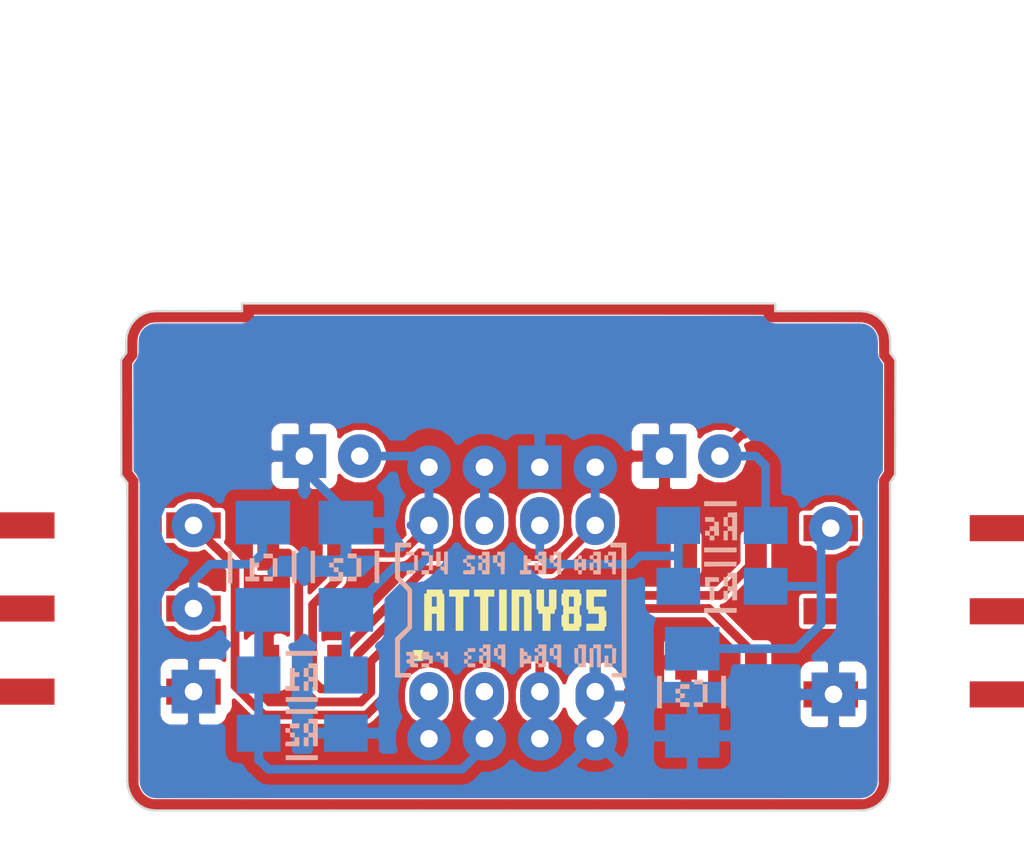
<source format=kicad_pcb>
(kicad_pcb (version 4) (host pcbnew 4.0.7-e0-6372~58~ubuntu16.04.1)
  (layers (0 F.Cu signal) (31 B.Cu signal) (34 B.Paste user) (35 F.Paste user) (36 B.SilkS user) (37 F.SilkS user) (38 B.Mask user hide) (39 F.Mask user) (44 Edge.Cuts user))
  (net 0 "")
  (net 1 "Net-(C1-Pad2)")
  (net 2 VCC)
  (net 3 GND)
  (net 4 "Net-(C3-Pad2)")
  (net 5 "Net-(D1-Pad2)")
  (net 6 "Net-(IC1-Pad6)")
  (net 7 "Net-(IC1-Pad7)")
  (net 8 "Net-(JACK2-Pad2)")
  (net 9 "Net-(IC1-Pad1)")
  (net 10 Prog)
  (net 11 NEO)
  (net 12 "Net-(NEO1-Pad2)")
  (net 13 CV_In)
  (net 14 "Net-(JACK2-Pad3)")
  (module 8BitMixtape_DIY-CAD:Loch_mixtape_seltsam (layer F.Cu) (at 88.265 54.483)
    (fp_text reference J4)
    (fp_text value GND)
    (pad 1 thru_hole rect (at 0 0) (size 2 2) (drill 0.8) (layers B.Cu B.Mask) (net 3 GND))
    (pad "" smd circle (at 0 0) (size 1 1) (layers F.Cu F.Paste F.Mask))
  )
  (module 8BitMixtape_DIY-CAD:Loch_mixtape_seltsam (layer F.Cu) (at 83.185 66.929)
    (fp_text reference J1)
    (fp_text value PB5)
    (pad 1 thru_hole circle (at 0 0) (size 2 2) (drill 0.8) (layers B.Cu B.Mask) (net 9 "Net-(IC1-Pad1)"))
    (pad "" smd circle (at 0 0) (size 1 1) (layers F.Cu F.Paste F.Mask))
  )
  (module 8BitMixtape_DIY-CAD:Loch_mixtape_seltsam (layer F.Cu) (at 85.725 66.929)
    (fp_text reference J2)
    (fp_text value PB3)
    (pad 1 thru_hole circle (at 0 0) (size 2 2) (drill 0.8) (layers B.Cu B.Mask) (net 10 Prog))
    (pad "" smd circle (at 0 0) (size 1 1) (layers F.Cu F.Paste F.Mask))
  )
  (module 8BitMixtape_DIY-CAD:Loch_mixtape_seltsam (layer F.Cu) (at 88.265 66.929)
    (fp_text reference J3)
    (fp_text value PB4)
    (pad 1 thru_hole circle (at 0 0) (size 2 2) (drill 0.8) (layers B.Cu B.Mask) (net 13 CV_In))
    (pad "" smd circle (at 0 0) (size 1 1) (layers F.Cu F.Paste F.Mask))
  )
  (module 8BitMixtape_DIY-CAD:Loch_mixtape_seltsam (layer F.Cu) (at 90.805 54.483)
    (fp_text reference J5)
    (fp_text value PB0)
    (pad 1 thru_hole circle (at 0 0) (size 2 2) (drill 0.8) (layers B.Cu B.Mask) (net 11 NEO))
    (pad "" smd circle (at 0 0) (size 1 1) (layers F.Cu F.Paste F.Mask))
  )
  (module 8BitMixtape_DIY-CAD:Loch_mixtape_seltsam (layer F.Cu) (at 90.805 66.929)
    (fp_text reference J4)
    (fp_text value GND)
    (pad 1 thru_hole circle (at 0 0) (size 2 2) (drill 0.8) (layers B.Cu B.Mask) (net 3 GND))
    (pad "" smd circle (at 0 0) (size 1 1) (layers F.Cu F.Paste F.Mask))
  )
  (module 8BitMixtape_DIY-CAD:GND_Loch_mixtape (layer F.Cu) (at 72.39 64.77)
    (fp_text reference J4)
    (fp_text value GND)
    (pad 1 thru_hole rect (at 0 0) (size 2 2) (drill 0.8) (layers *.Cu *.Mask) (net 3 GND))
  )
  (module 8BitMixtape_DIY-CAD:GND_Loch_mixtape (layer F.Cu) (at 93.98 53.975)
    (fp_text reference J4)
    (fp_text value GND)
    (pad 1 thru_hole rect (at 0 0) (size 2 2) (drill 0.8) (layers *.Cu *.Mask) (net 3 GND))
  )
  (module 8BitMixtape_DIY-CAD:GND_Loch_mixtape (layer F.Cu) (at 101.727 64.897)
    (fp_text reference J4)
    (fp_text value GND)
    (pad 1 thru_hole rect (at 0 0) (size 2 2) (drill 0.8) (layers *.Cu *.Mask) (net 3 GND))
  )
  (module 8BitMixtape_DIY-CAD:GND_Loch_mixtape (layer F.Cu) (at 77.47 53.975)
    (fp_text reference J4)
    (fp_text value GND)
    (pad 1 thru_hole rect (at 0 0) (size 2 2) (drill 0.8) (layers *.Cu *.Mask) (net 3 GND))
  )
  (module 8BitMixtape_DIY-CAD:Loch_mixtape (layer F.Cu) (at 101.6 57.277)
    (fp_text reference J10)
    (fp_text value S-Out)
    (pad 1 thru_hole circle (at 0 0) (size 2 2) (drill 0.8) (layers *.Cu *.Mask) (net 4 "Net-(C3-Pad2)"))
  )
  (module 8BitMixtape_DIY-CAD:Loch_mixtape (layer F.Cu) (at 96.52 53.975)
    (fp_text reference J11)
    (fp_text value LED)
    (pad 1 thru_hole circle (at 0 0) (size 2 2) (drill 0.8) (layers *.Cu *.Mask) (net 5 "Net-(D1-Pad2)"))
  )
  (module 8BitMixtape_DIY-CAD:Loch_mixtape (layer F.Cu) (at 72.39 57.15)
    (fp_text reference J3)
    (fp_text value PB4)
    (pad 1 thru_hole circle (at 0 0) (size 2 2) (drill 0.8) (layers *.Cu *.Mask) (net 13 CV_In))
  )
  (module 8BitMixtape_DIY-CAD:Loch_mixtape (layer F.Cu) (at 72.39 60.96)
    (fp_text reference J9)
    (fp_text value Prog)
    (pad 1 thru_hole circle (at 0 0) (size 2 2) (drill 0.8) (layers *.Cu *.Mask) (net 1 "Net-(C1-Pad2)"))
  )
  (module 8BitMixtape_DIY-CAD:Loch_mixtape (layer F.Cu) (at 80.01 53.975)
    (fp_text reference J8)
    (fp_text value VCC)
    (pad 1 thru_hole circle (at 0 0) (size 2 2) (drill 0.8) (layers *.Cu *.Mask) (net 2 VCC))
  )
  (module 8BitMixtape_DIY-CAD:Mixtape_NEO_WS2812B (layer F.Cu) (at 96.571 60.92 270)
    (fp_text reference NEO2)
    (fp_text value SK6813b)
    (pad 3 smd rect (at 2.5 1.6 270) (size 1.6 1) (layers F.Cu F.Paste F.Mask) (net 3 GND))
    (pad 4 smd rect (at 2.5 -1.6 270) (size 1.6 1) (layers F.Cu F.Paste F.Mask) (net 12 "Net-(NEO1-Pad2)"))
    (pad 2 smd rect (at -2.5 1.6 270) (size 1.6 1) (layers F.Cu F.Paste F.Mask))
    (pad 1 smd rect (at -2.5 -1.6 270) (size 1.6 1) (layers F.Cu F.Paste F.Mask) (net 2 VCC))
  )
  (module 8BitMixtape_DIY-CAD:Mixtape_NEO_WS2812B (layer F.Cu) (at 77.419 60.92 270)
    (fp_text reference NEO1)
    (fp_text value SK6813b)
    (pad 3 smd rect (at 2.5 1.6 270) (size 1.6 1) (layers F.Cu F.Paste F.Mask) (net 3 GND))
    (pad 4 smd rect (at 2.5 -1.6 270) (size 1.6 1) (layers F.Cu F.Paste F.Mask) (net 11 NEO))
    (pad 2 smd rect (at -2.5 1.6 270) (size 1.6 1) (layers F.Cu F.Paste F.Mask) (net 12 "Net-(NEO1-Pad2)"))
    (pad 1 smd rect (at -2.5 -1.6 270) (size 1.6 1) (layers F.Cu F.Paste F.Mask) (net 2 VCC))
  )
  (module 8BitMixtape_DIY-CAD:AUDIO-JACK-3.5mm_SMD_noPrint (layer F.Cu) (at 105.41 67.437 90)
    (fp_text reference JACK2)
    (fp_text value JACK_TRS_6PINS)
    (pad 1 smd rect (at 2.54 -3.81 90) (size 1.19888 2.49936) (layers F.Cu F.Paste F.Mask) (net 3 GND))
    (pad 3 smd rect (at 6.35 -3.81 90) (size 1.19888 2.49936) (layers F.Cu F.Paste F.Mask) (net 14 "Net-(JACK2-Pad3)"))
    (pad 2 smd rect (at 10.16 -3.81 90) (size 1.19888 2.49936) (layers F.Cu F.Paste F.Mask) (net 8 "Net-(JACK2-Pad2)"))
    (pad 3 smd rect (at 6.35 3.81 90) (size 1.19888 2.49936) (layers F.Cu F.Paste F.Mask) (net 14 "Net-(JACK2-Pad3)"))
    (pad 1 smd rect (at 2.54 3.81 90) (size 1.19888 2.49936) (layers F.Cu F.Paste F.Mask) (net 3 GND))
    (pad 2 smd rect (at 10.16 3.81 90) (size 1.19888 2.49936) (layers F.Cu F.Paste F.Mask) (net 8 "Net-(JACK2-Pad2)"))
  )
  (module 8BitMixtape_DIY-CAD:AUDIO-JACK-3.5mm_SMD_noPrint (layer F.Cu) (at 68.58 67.31 90)
    (fp_text reference JACK1)
    (fp_text value JACK_TRS_6PINS)
    (pad 1 smd rect (at 2.54 -3.81 90) (size 1.19888 2.49936) (layers F.Cu F.Paste F.Mask) (net 3 GND))
    (pad 3 smd rect (at 6.35 -3.81 90) (size 1.19888 2.49936) (layers F.Cu F.Paste F.Mask) (net 1 "Net-(C1-Pad2)"))
    (pad 2 smd rect (at 10.16 -3.81 90) (size 1.19888 2.49936) (layers F.Cu F.Paste F.Mask) (net 13 CV_In))
    (pad 3 smd rect (at 6.35 3.81 90) (size 1.19888 2.49936) (layers F.Cu F.Paste F.Mask) (net 1 "Net-(C1-Pad2)"))
    (pad 1 smd rect (at 2.54 3.81 90) (size 1.19888 2.49936) (layers F.Cu F.Paste F.Mask) (net 3 GND))
    (pad 2 smd rect (at 10.16 3.81 90) (size 1.19888 2.49936) (layers F.Cu F.Paste F.Mask) (net 13 CV_In))
  )
  (module 8BitMixtape_DIY-CAD:R_1206_Mixtape (layer B.Cu) (at 96.615 59.944 180)
    (fp_text reference R7)
    (fp_text value 330)
    (pad 1 smd rect (at -2 0 180) (size 2 1.7) (layers B.Cu B.Paste B.Mask) (net 4 "Net-(C3-Pad2)"))
    (pad 2 smd rect (at 2 0 180) (size 2 1.7) (layers B.Cu B.Paste B.Mask) (net 6 "Net-(IC1-Pad6)"))
  )
  (module 8BitMixtape_DIY-CAD:R_1206_Mixtape (layer B.Cu) (at 96.615 57.15)
    (fp_text reference R6)
    (fp_text value 1K)
    (pad 1 smd rect (at -2 0) (size 2 1.7) (layers B.Cu B.Paste B.Mask) (net 6 "Net-(IC1-Pad6)"))
    (pad 2 smd rect (at 2 0) (size 2 1.7) (layers B.Cu B.Paste B.Mask) (net 5 "Net-(D1-Pad2)"))
  )
  (module 8BitMixtape_DIY-CAD:R_1206_Mixtape (layer B.Cu) (at 77.375 66.675)
    (fp_text reference R2)
    (fp_text value 22K)
    (pad 1 smd rect (at -2 0) (size 2 1.7) (layers B.Cu B.Paste B.Mask) (net 10 Prog))
    (pad 2 smd rect (at 2 0) (size 2 1.7) (layers B.Cu B.Paste B.Mask) (net 3 GND))
  )
  (module 8BitMixtape_DIY-CAD:R_1206_Mixtape (layer B.Cu) (at 77.375 64.008 180)
    (fp_text reference R1)
    (fp_text value 22K)
    (pad 1 smd rect (at -2 0 180) (size 2 1.7) (layers B.Cu B.Paste B.Mask) (net 2 VCC))
    (pad 2 smd rect (at 2 0 180) (size 2 1.7) (layers B.Cu B.Paste B.Mask) (net 10 Prog))
  )
  (module 8BitMixtape_DIY-CAD:C_1210_MixtapeStyle (layer B.Cu) (at 95.25 64.802 90)
    (fp_text reference C3)
    (fp_text value 100nF)
    (pad 1 smd rect (at -2 0 90) (size 2 2.5) (layers B.Cu B.Paste B.Mask) (net 3 GND))
    (pad 2 smd rect (at 2 0 90) (size 2 2.5) (layers B.Cu B.Paste B.Mask) (net 4 "Net-(C3-Pad2)"))
  )
  (module 8BitMixtape_DIY-CAD:C_1210_MixtapeStyle (layer B.Cu) (at 79.375 59.023 270)
    (fp_text reference C2)
    (fp_text value 100nF)
    (pad 1 smd rect (at -2 0 270) (size 2 2.5) (layers B.Cu B.Paste B.Mask) (net 3 GND))
    (pad 2 smd rect (at 2 0 270) (size 2 2.5) (layers B.Cu B.Paste B.Mask) (net 2 VCC))
  )
  (module 8BitMixtape_DIY-CAD:C_1210_MixtapeStyle (layer B.Cu) (at 75.565 59.023 90)
    (fp_text reference C1)
    (fp_text value 100nF)
    (pad 1 smd rect (at -2 0 90) (size 2 2.5) (layers B.Cu B.Paste B.Mask) (net 10 Prog))
    (pad 2 smd rect (at 2 0 90) (size 2 2.5) (layers B.Cu B.Paste B.Mask) (net 1 "Net-(C1-Pad2)"))
  )
  (module 8BitMixtape_DIY-CAD:MicroMixtape_edge (layer F.Cu) (at 86.995 52.07)
    (fp_text reference "" (at 0 0) (layer F.SilkS))
    (fp_text value "" (at 0 0) (layer F.SilkS))
    (fp_poly (pts (xy 12.0523 -4.7371) (xy 14.020301 -4.7371) (xy 14.328606 -4.737008) (xy 14.613052 -4.73673) (xy 14.873501 -4.736268) (xy 15.109817 -4.735623) (xy 15.321861 -4.734796) (xy 15.509494 -4.733788) (xy 15.67258 -4.732599) (xy 15.81098 -4.73123) (xy 15.924555 -4.729683) (xy 16.013169 -4.727958) (xy 16.076683 -4.726055) (xy 16.11496 -4.723977) (xy 16.118976 -4.723603) (xy 16.294187 -4.693062) (xy 16.461882 -4.639327) (xy 16.620178 -4.563976) (xy 16.76719 -4.468583) (xy 16.901032 -4.354724) (xy 17.019821 -4.223975) (xy 17.121672 -4.077912) (xy 17.204699 -3.918109) (xy 17.259954 -3.76978) (xy 17.278074 -3.706416) (xy 17.292476 -3.643987) (xy 17.303548 -3.578505) (xy 17.311678 -3.50598) (xy 17.317253 -3.422425) (xy 17.320661 -3.323849) (xy 17.32229 -3.206265) (xy 17.322574 -3.12555) (xy 17.3228 -2.828449) (xy 17.44504 -2.664873) (xy 17.56728 -2.501296) (xy 17.557772 0.129194) (xy 17.548265 2.759683) (xy 17.322799 3.109825) (xy 17.322529 9.946437) (xy 17.322502 10.453381) (xy 17.32246 10.935537) (xy 17.322401 11.393518) (xy 17.322324 11.827934) (xy 17.322228 12.2394) (xy 17.322111 12.628526) (xy 17.321971 12.995924) (xy 17.321806 13.342208) (xy 17.321615 13.667989) (xy 17.321397 13.973879) (xy 17.321149 14.260491) (xy 17.320871 14.528436) (xy 17.32056 14.778327) (xy 17.320216 15.010775) (xy 17.319835 15.226394) (xy 17.319417 15.425794) (xy 17.318961 15.609589) (xy 17.318464 15.77839) (xy 17.317925 15.93281) (xy 17.317343 16.07346) (xy 17.316715 16.200953) (xy 17.31604 16.315902) (xy 17.315317 16.418917) (xy 17.314544 16.510611) (xy 17.313719 16.591597) (xy 17.312842 16.662486) (xy 17.311909 16.72389) (xy 17.310919 16.776423) (xy 17.309872 16.820695) (xy 17.308765 16.85732) (xy 17.307597 16.886908) (xy 17.306366 16.910073) (xy 17.305071 16.927427) (xy 17.304244 16.93545) (xy 17.270339 17.120823) (xy 17.214562 17.295073) (xy 17.138271 17.456841) (xy 17.042826 17.604768) (xy 16.929584 17.737496) (xy 16.799905 17.853666) (xy 16.655148 17.951919) (xy 16.49667 18.030897) (xy 16.325831 18.089241) (xy 16.143989 18.125593) (xy 16.10995 18.129722) (xy 16.089173 18.130607) (xy 16.043596 18.13147) (xy 15.973804 18.132311) (xy 15.880381 18.133131) (xy 15.763913 18.133929) (xy 15.624983 18.134706) (xy 15.464178 18.135461) (xy 15.282082 18.136195) (xy 15.07928 18.136907) (xy 14.856356 18.137597) (xy 14.613896 18.138267) (xy 14.352485 18.138914) (xy 14.072708 18.139541) (xy 13.775148 18.140146) (xy 13.460393 18.14073) (xy 13.129025 18.141292) (xy 12.78163 18.141833) (xy 12.418794 18.142353) (xy 12.0411 18.142851) (xy 11.649135 18.143329) (xy 11.243482 18.143785) (xy 10.824726 18.14422) (xy 10.393454 18.144634) (xy 9.950248 18.145026) (xy 9.495695 18.145398) (xy 9.03038 18.145748) (xy 8.554886 18.146078) (xy 8.0698 18.146386) (xy 7.575705 18.146673) (xy 7.073187 18.14694) (xy 6.562831 18.147185) (xy 6.045222 18.14741) (xy 5.520944 18.147613) (xy 4.990583 18.147796) (xy 4.454723 18.147958) (xy 3.91395 18.148099) (xy 3.368847 18.148219) (xy 2.820001 18.148319) (xy 2.267996 18.148397) (xy 1.713416 18.148455) (xy 1.156848 18.148492) (xy 0.598875 18.148509) (xy 0.040082 18.148505) (xy -0.518944 18.14848) (xy -1.077621 18.148434) (xy -1.635362 18.148368) (xy -2.191583 18.148282) (xy -2.745699 18.148175) (xy -3.297125 18.148047) (xy -3.845276 18.147899) (xy -4.389567 18.14773) (xy -4.929413 18.147541) (xy -5.46423 18.147331) (xy -5.993432 18.147101) (xy -6.516435 18.146851) (xy -7.032654 18.14658) (xy -7.541503 18.146289) (xy -8.042398 18.145978) (xy -8.534754 18.145646) (xy -9.017986 18.145295) (xy -9.49151 18.144922) (xy -9.954739 18.14453) (xy -10.40709 18.144118) (xy -10.847978 18.143685) (xy -11.276817 18.143232) (xy -11.693022 18.142759) (xy -12.09601 18.142266) (xy -12.485194 18.141753) (xy -12.85999 18.14122) (xy -13.219813 18.140667) (xy -13.564079 18.140094) (xy -13.892201 18.139501) (xy -14.203596 18.138887) (xy -14.497679 18.138254) (xy -14.773863 18.137602) (xy -15.031566 18.136929) (xy -15.270201 18.136236) (xy -15.489184 18.135524) (xy -15.68793 18.134792) (xy -15.865854 18.13404) (xy -16.022371 18.133268) (xy -16.156897 18.132476) (xy -16.268845 18.131665) (xy -16.357632 18.130834) (xy -16.422673 18.129984) (xy -16.463382 18.129113) (xy -16.47825 18.128379) (xy -16.654355 18.095136) (xy -16.820731 18.039105) (xy -16.975946 17.961506) (xy -17.118568 17.863557) (xy -17.247164 17.746477) (xy -17.360301 17.611486) (xy -17.456547 17.459803) (xy -17.53447 17.292647) (xy -17.566592 17.20215) (xy -17.571853 17.186283) (xy -17.576856 17.171983) (xy -17.581608 17.158609) (xy -17.586115 17.145523) (xy -17.590385 17.132086) (xy -17.594423 17.117659) (xy -17.598235 17.101605) (xy -17.601829 17.083282) (xy -17.605211 17.062054) (xy -17.608387 17.037281) (xy -17.611364 17.008325) (xy -17.614148 16.974546) (xy -17.616745 16.935307) (xy -17.619163 16.889967) (xy -17.621407 16.837889) (xy -17.623484 16.778433) (xy -17.6254 16.710961) (xy -17.627163 16.634834) (xy -17.628777 16.549413) (xy -17.630251 16.45406) (xy -17.63159 16.348136) (xy -17.632801 16.231001) (xy -17.63389 16.102017) (xy -17.634863 15.960546) (xy -17.635728 15.805949) (xy -17.63649 15.637586) (xy -17.637157 15.454819) (xy -17.637733 15.257009) (xy -17.638227 15.043518) (xy -17.638645 14.813707) (xy -17.638992 14.566936) (xy -17.639276 14.302568) (xy -17.639502 14.019963) (xy -17.639678 13.718482) (xy -17.639809 13.397487) (xy -17.639903 13.056339) (xy -17.639966 12.6944) (xy -17.640003 12.31103) (xy -17.640022 11.90559) (xy -17.64003 11.477443) (xy -17.640031 11.025948) (xy -17.640034 10.550468) (xy -17.640044 10.050363) (xy -17.640048 9.940029) (xy -17.6403 3.122408) (xy -17.910324 2.768382) (xy -17.922493 -2.339264) (xy -17.4244 -2.339264) (xy -17.424396 -1.687157) (xy -17.424332 -1.594192) (xy -17.424148 -1.478012) (xy -17.423851 -1.340802) (xy -17.423448 -1.184746) (xy -17.422947 -1.012029) (xy -17.422355 -0.824835) (xy -17.42168 -0.625351) (xy -17.420929 -0.415759) (xy -17.420109 -0.198245) (xy -17.419229 0.025006) (xy -17.418295 0.25181) (xy -17.417316 0.479982) (xy -17.416298 0.707337) (xy -17.415939 0.785123) (xy -17.407488 2.605297) (xy -17.270073 2.785373) (xy -17.132657 2.96545) (xy -17.129191 9.96315) (xy -17.125726 16.96085) (xy -17.097887 17.03935) (xy -17.038202 17.181795) (xy -16.967016 17.30313) (xy -16.882516 17.405724) (xy -16.782892 17.491944) (xy -16.71955 17.534122) (xy -16.660841 17.564469) (xy -16.590582 17.593025) (xy -16.51911 17.616109) (xy -16.456759 17.630039) (xy -16.4465 17.63138) (xy -16.432116 17.631573) (xy -16.392808 17.631761) (xy -16.329053 17.631947) (xy -16.24133 17.632128) (xy -16.130113 17.632305) (xy -15.99588 17.632478) (xy -15.839108 17.632647) (xy -15.660273 17.632812) (xy -15.459853 17.632973) (xy -15.238324 17.633129) (xy -14.996163 17.63328) (xy -14.733846 17.633426) (xy -14.451851 17.633568) (xy -14.150654 17.633705) (xy -13.830733 17.633837) (xy -13.492563 17.633964) (xy -13.136622 17.634085) (xy -12.763386 17.634201) (xy -12.373333 17.634312) (xy -11.966939 17.634416) (xy -11.54468 17.634516) (xy -11.107034 17.634609) (xy -10.654478 17.634697) (xy -10.187487 17.634778) (xy -9.70654 17.634854) (xy -9.212113 17.634923) (xy -8.704682 17.634986) (xy -8.184724 17.635042) (xy -7.652717 17.635092) (xy -7.109136 17.635135) (xy -6.554459 17.635171) (xy -5.989163 17.6352) (xy -5.413724 17.635223) (xy -4.82862 17.635238) (xy -4.234326 17.635246) (xy -3.63132 17.635247) (xy -3.020078 17.63524) (xy -2.401078 17.635226) (xy -1.774795 17.635204) (xy -1.141708 17.635174) (xy -0.502292 17.635137) (xy -0.13335 17.635112) (xy 16.13535 17.63395) (xy 16.220375 17.60508) (xy 16.360051 17.54506) (xy 16.483431 17.465715) (xy 16.589787 17.367791) (xy 16.678388 17.252032) (xy 16.748508 17.119185) (xy 16.781585 17.031027) (xy 16.80845 16.94815) (xy 16.8148 9.956517) (xy 16.82115 2.964885) (xy 16.937886 2.785262) (xy 17.054623 2.605639) (xy 17.056926 0.129923) (xy 17.059229 -2.345794) (xy 16.946539 -2.496872) (xy 16.83385 -2.64795) (xy 16.825982 -3.07975) (xy 16.823779 -3.196715) (xy 16.821719 -3.29145) (xy 16.819567 -3.367125) (xy 16.817089 -3.426908) (xy 16.814049 -3.473968) (xy 16.810213 -3.511473) (xy 16.805345 -3.542591) (xy 16.799211 -3.570491) (xy 16.791577 -3.598341) (xy 16.786215 -3.616223) (xy 16.732093 -3.751255) (xy 16.655652 -3.877287) (xy 16.561289 -3.988187) (xy 16.458604 -4.077239) (xy 16.348748 -4.144796) (xy 16.227785 -4.192699) (xy 16.091776 -4.222786) (xy 16.04645 -4.228726) (xy 16.017314 -4.230526) (xy 15.96333 -4.232205) (xy 15.885047 -4.233758) (xy 15.783016 -4.235183) (xy 15.657787 -4.236476) (xy 15.509911 -4.237634) (xy 15.339939 -4.238654) (xy 15.14842 -4.239532) (xy 14.935906 -4.240266) (xy 14.702947 -4.240852) (xy 14.450093 -4.241287) (xy 14.177895 -4.241568) (xy 13.886904 -4.241691) (xy 13.833801 -4.241696) (xy 11.735452 -4.241801) (xy 11.718155 -4.206875) (xy 11.712026 -4.1913) (xy 11.697747 -4.153093) (xy 11.675777 -4.093517) (xy 11.646575 -4.013838) (xy 11.6106 -3.915319) (xy 11.568311 -3.799225) (xy 11.520166 -3.66682) (xy 11.466626 -3.519368) (xy 11.408149 -3.358134) (xy 11.345195 -3.184381) (xy 11.278221 -2.999374) (xy 11.207688 -2.804377) (xy 11.134054 -2.600655) (xy 11.057778 -2.389471) (xy 10.97932 -2.17209) (xy 10.978054 -2.16858) (xy 10.25525 -0.16521) (xy -10.712642 -0.1651) (xy -11.373899 -2.200275) (xy -12.035155 -4.23545) (xy -14.237653 -4.23545) (xy -14.519824 -4.235483) (xy -14.777763 -4.235548) (xy -15.012634 -4.235601) (xy -15.225607 -4.235596) (xy -15.417847 -4.235487) (xy -15.590521 -4.235227) (xy -15.744795 -4.234773) (xy -15.881838 -4.234076) (xy -16.002815 -4.233092) (xy -16.108893 -4.231775) (xy -16.201239 -4.230078) (xy -16.28102 -4.227957) (xy -16.349403 -4.225365) (xy -16.407554 -4.222256) (xy -16.456641 -4.218584) (xy -16.497829 -4.214304) (xy -16.532287 -4.20937) (xy -16.56118 -4.203736) (xy -16.585675 -4.197356) (xy -16.60694 -4.190185) (xy -16.62614 -4.182175) (xy -16.644444 -4.173283) (xy -16.663017 -4.163461) (xy -16.683026 -4.152664) (xy -16.705639 -4.140846) (xy -16.710722 -4.138283) (xy -16.824785 -4.067496) (xy -16.927933 -3.976188) (xy -17.0172 -3.867961) (xy -17.089623 -3.746416) (xy -17.142237 -3.615155) (xy -17.142841 -3.613194) (xy -17.151292 -3.584569) (xy -17.158141 -3.557446) (xy -17.163619 -3.528672) (xy -17.167954 -3.495092) (xy -17.171377 -3.453553) (xy -17.174118 -3.400901) (xy -17.176407 -3.333984) (xy -17.178473 -3.249646) (xy -17.180547 -3.144736) (xy -17.181727 -3.07975) (xy -17.18945 -2.64795) (xy -17.4244 -2.339264) (xy -17.922493 -2.339264) (xy -17.922896 -2.50825) (xy -17.800648 -2.668852) (xy -17.678401 -2.829454) (xy -17.678304 -3.126052) (xy -17.677539 -3.256619) (xy -17.675082 -3.365932) (xy -17.670547 -3.458102) (xy -17.663552 -3.537243) (xy -17.653712 -3.607466) (xy -17.640644 -3.672884) (xy -17.623962 -3.737609) (xy -17.619874 -3.751807) (xy -17.556941 -3.92393) (xy -17.473426 -4.08362) (xy -17.371139 -4.229342) (xy -17.251889 -4.359561) (xy -17.117486 -4.472741) (xy -16.969742 -4.567346) (xy -16.932639 -4.5847) (xy -11.850812 -4.5847) (xy -11.841807 -4.556125) (xy -11.832437 -4.526778) (xy -11.816052 -4.475907) (xy -11.793147 -4.405031) (xy -11.764213 -4.315666) (xy -11.729746 -4.209327) (xy -11.690237 -4.087531) (xy -11.64618 -3.951794) (xy -11.598069 -3.803633) (xy -11.546398 -3.644564) (xy -11.491658 -3.476104) (xy -11.434344 -3.299767) (xy -11.374949 -3.117072) (xy -11.313967 -2.929534) (xy -11.25189 -2.738669) (xy -11.189213 -2.545994) (xy -11.126428 -2.353025) (xy -11.064029 -2.161278) (xy -11.002509 -1.97227) (xy -10.942362 -1.787517) (xy -10.88408 -1.608535) (xy -10.828158 -1.436841) (xy -10.775088 -1.27395) (xy -10.725364 -1.12138) (xy -10.67948 -0.980646) (xy -10.637928 -0.853265) (xy -10.601203 -0.740753) (xy -10.569796 -0.644626) (xy -10.544203 -0.566401) (xy -10.524915 -0.507594) (xy -10.512427 -0.469722) (xy -10.507232 -0.4543) (xy -10.50712 -0.454025) (xy -10.494234 -0.453553) (xy -10.456546 -0.453086) (xy -10.394655 -0.452625) (xy -10.309158 -0.452171) (xy -10.200653 -0.451725) (xy -10.069739 -0.451287) (xy -9.917013 -0.450857) (xy -9.743075 -0.450436) (xy -9.548521 -0.450025) (xy -9.33395 -0.449624) (xy -9.09996 -0.449234) (xy -8.847149 -0.448856) (xy -8.576115 -0.448489) (xy -8.287457 -0.448135) (xy -7.981773 -0.447793) (xy -7.659659 -0.447465) (xy -7.321716 -0.447152) (xy -6.968541 -0.446853) (xy -6.600731 -0.446569) (xy -6.218885 -0.446301) (xy -5.823602 -0.446049) (xy -5.415478 -0.445814) (xy -4.995113 -0.445596) (xy -4.563105 -0.445397) (xy -4.120051 -0.445216) (xy -3.66655 -0.445054) (xy -3.203199 -0.444911) (xy -2.730597 -0.444789) (xy -2.249342 -0.444688) (xy -1.760033 -0.444608) (xy -1.263266 -0.444549) (xy -0.759641 -0.444513) (xy -0.249755 -0.444501) (xy -0.222743 -0.4445) (xy 10.055915 -0.4445) (xy 10.068188 -0.479425) (xy 10.073773 -0.494987) (xy 10.087537 -0.533176) (xy 10.109024 -0.592732) (xy 10.137777 -0.672395) (xy 10.173343 -0.770904) (xy 10.215266 -0.886999) (xy 10.26309 -1.019419) (xy 10.316361 -1.166904) (xy 10.374623 -1.328194) (xy 10.437421 -1.502028) (xy 10.5043 -1.687146) (xy 10.574803 -1.882287) (xy 10.648477 -2.086192) (xy 10.724866 -2.297598) (xy 10.803515 -2.515247) (xy 10.80787 -2.5273) (xy 10.886536 -2.745023) (xy 10.962899 -2.956438) (xy 11.03651 -3.160297) (xy 11.106918 -3.35535) (xy 11.173672 -3.540347) (xy 11.236324 -3.714037) (xy 11.294421 -3.875172) (xy 11.347514 -4.022502) (xy 11.395152 -4.154776) (xy 11.436885 -4.270744) (xy 11.472263 -4.369158) (xy 11.500834 -4.448766) (xy 11.522149 -4.50832) (xy 11.535758 -4.546569) (xy 11.541209 -4.562264) (xy 11.541271 -4.562475) (xy 11.54085 -4.563721) (xy 11.538582 -4.56492) (xy 11.533986 -4.566072) (xy 11.526581 -4.567179) (xy 11.515886 -4.568241) (xy 11.50142 -4.569259) (xy 11.482702 -4.570235) (xy 11.459252 -4.571169) (xy 11.430588 -4.572062) (xy 11.39623 -4.572915) (xy 11.355696 -4.573728) (xy 11.308506 -4.574504) (xy 11.254179 -4.575242) (xy 11.192234 -4.575944) (xy 11.12219 -4.57661) (xy 11.043565 -4.577242) (xy 10.95588 -4.57784) (xy 10.858653 -4.578406) (xy 10.751403 -4.57894) (xy 10.63365 -4.579442) (xy 10.504912 -4.579915) (xy 10.364709 -4.580359) (xy 10.212559 -4.580775) (xy 10.047982 -4.581163) (xy 9.870497 -4.581525) (xy 9.679622 -4.581862) (xy 9.474878 -4.582174) (xy 9.255783 -4.582463) (xy 9.021855 -4.582729) (xy 8.772615 -4.582973) (xy 8.507582 -4.583197) (xy 8.226273 -4.5834) (xy 7.92821 -4.583585) (xy 7.612909 -4.583751) (xy 7.279892 -4.583901) (xy 6.928676 -4.584034) (xy 6.558781 -4.584151) (xy 6.169725 -4.584255) (xy 5.761029 -4.584344) (xy 5.332211 -4.584421) (xy 4.88279 -4.584487) (xy 4.412285 -4.584541) (xy 3.920216 -4.584586) (xy 3.406101 -4.584622) (xy 2.869459 -4.58465) (xy 2.30981 -4.584671) (xy 1.726672 -4.584685) (xy 1.119566 -4.584694) (xy 0.488009 -4.584699) (xy -0.151775 -4.5847) (xy -11.850812 -4.5847) (xy -16.932639 -4.5847) (xy -16.810466 -4.641842) (xy -16.641468 -4.694692) (xy -16.474577 -4.723345) (xy -16.441225 -4.725506) (xy -16.383916 -4.727479) (xy -16.302521 -4.729265) (xy -16.196915 -4.730866) (xy -16.066969 -4.732283) (xy -15.912555 -4.733515) (xy -15.733548 -4.734564) (xy -15.529819 -4.735431) (xy -15.30124 -4.736116) (xy -15.047685 -4.736621) (xy -14.769026 -4.736946) (xy -14.465135 -4.737092) (xy -14.363202 -4.7371) (xy -12.3825 -4.7371) (xy -12.3825 -5.08) (xy 12.0523 -5.08) (xy 12.0523 -4.7371)) (layer F.Cu) (width 0.01))
    (fp_poly (pts (xy -6.359734 -3.667378) (xy -6.335173 -3.663783) (xy -6.325266 -3.657406) (xy -6.3246 -3.654361) (xy -6.328241 -3.639034) (xy -6.338534 -3.602542) (xy -6.354536 -3.547958) (xy -6.375301 -3.478356) (xy -6.399886 -3.396807) (xy -6.427348 -3.306385) (xy -6.456741 -3.210163) (xy -6.487123 -3.111212) (xy -6.517548 -3.012607) (xy -6.547073 -2.91742) (xy -6.574753 -2.828724) (xy -6.599645 -2.749592) (xy -6.620805 -2.683096) (xy -6.637288 -2.632309) (xy -6.648151 -2.600305) (xy -6.649897 -2.595548) (xy -6.664524 -2.562716) (xy -6.68196 -2.545858) (xy -6.711739 -2.537568) (xy -6.727548 -2.535223) (xy -6.779509 -2.53053) (xy -6.837474 -2.528951) (xy -6.891723 -2.530437) (xy -6.932537 -2.53494) (xy -6.938571 -2.536285) (xy -6.946177 -2.53897) (xy -6.951646 -2.543977) (xy -6.954449 -2.553307) (xy -6.954059 -2.568963) (xy -6.949948 -2.592947) (xy -6.941588 -2.62726) (xy -6.928452 -2.673903) (xy -6.910011 -2.73488) (xy -6.885738 -2.812192) (xy -6.855105 -2.90784) (xy -6.817584 -3.023827) (xy -6.777463 -3.147343) (xy -6.60952 -3.66395) (xy -6.46706 -3.667541) (xy -6.40251 -3.668521) (xy -6.359734 -3.667378)) (layer F.Cu) (width 0.01))
    (fp_poly (pts (xy -4.99745 -3.66395) (xy -4.99977 -3.610835) (xy -5.006437 -3.568315) (xy -5.019938 -3.531074) (xy -5.023237 -3.525442) (xy -5.032259 -3.512905) (xy -5.043017 -3.504035) (xy -5.059786 -3.498094) (xy -5.086842 -3.494345) (xy -5.128459 -3.492048) (xy -5.18891 -3.490467) (xy -5.230468 -3.489658) (xy -5.41655 -3.48615) (xy -5.474575 -3.27025) (xy -5.498229 -3.181617) (xy -5.525513 -3.078375) (xy -5.553801 -2.97053) (xy -5.580461 -2.868091) (xy -5.593868 -2.816167) (xy -5.613657 -2.741016) (xy -5.632274 -2.673603) (xy -5.648499 -2.618093) (xy -5.661113 -2.578647) (xy -5.668896 -2.559429) (xy -5.669193 -2.558996) (xy -5.687419 -2.55028) (xy -5.724261 -2.542509) (xy -5.772937 -2.536272) (xy -5.826667 -2.532159) (xy -5.878668 -2.53076) (xy -5.92216 -2.532662) (xy -5.940425 -2.535424) (xy -5.962722 -2.546017) (xy -5.968998 -2.556759) (xy -5.965701 -2.572174) (xy -5.956338 -2.609089) (xy -5.941704 -2.664549) (xy -5.922592 -2.735598) (xy -5.899794 -2.819279) (xy -5.874106 -2.912638) (xy -5.854179 -2.9845) (xy -5.826339 -3.084834) (xy -5.800284 -3.179217) (xy -5.776907 -3.264379) (xy -5.7571 -3.337052) (xy -5.741755 -3.393966) (xy -5.731765 -3.431852) (xy -5.728531 -3.444875) (xy -5.7177 -3.4925) (xy -5.860628 -3.4925) (xy -5.925357 -3.493233) (xy -5.987107 -3.49521) (xy -6.037623 -3.498102) (xy -6.062293 -3.500551) (xy -6.090709 -3.50442) (xy -6.107729 -3.509894) (xy -6.114659 -3.521979) (xy -6.112807 -3.545684) (xy -6.103478 -3.586014) (xy -6.094201 -3.622811) (xy -6.082248 -3.670572) (xy -4.99745 -3.66395)) (layer F.Cu) (width 0.01))
    (fp_poly (pts (xy -3.850836 -3.603625) (xy -3.838419 -3.569079) (xy -3.819732 -3.51616) (xy -3.796755 -3.450518) (xy -3.771469 -3.377804) (xy -3.753811 -3.326755) (xy -3.729426 -3.257016) (xy -3.707103 -3.194895) (xy -3.688442 -3.144708) (xy -3.67504 -3.110769) (xy -3.669138 -3.098155) (xy -3.664307 -3.09221) (xy -3.658401 -3.090285) (xy -3.649833 -3.094298) (xy -3.637014 -3.106169) (xy -3.618354 -3.127816) (xy -3.592264 -3.16116) (xy -3.557156 -3.208118) (xy -3.51144 -3.27061) (xy -3.453528 -3.350555) (xy -3.408347 -3.413125) (xy -3.222744 -3.6703) (xy -2.943119 -3.6703) (xy -2.951945 -3.578225) (xy -2.958533 -3.51498) (xy -2.967467 -3.437297) (xy -2.9783 -3.348402) (xy -2.990587 -3.251522) (xy -3.003881 -3.149883) (xy -3.017737 -3.046711) (xy -3.031709 -2.945233) (xy -3.045351 -2.848676) (xy -3.058218 -2.760265) (xy -3.069863 -2.683227) (xy -3.07984 -2.620789) (xy -3.087705 -2.576177) (xy -3.09301 -2.552616) (xy -3.093999 -2.550195) (xy -3.108217 -2.546055) (xy -3.141053 -2.543005) (xy -3.186451 -2.541056) (xy -3.238359 -2.540223) (xy -3.290722 -2.54052) (xy -3.337487 -2.54196) (xy -3.3726 -2.544556) (xy -3.390007 -2.548323) (xy -3.390886 -2.549525) (xy -3.389335 -2.564805) (xy -3.385063 -2.600721) (xy -3.378631 -2.652723) (xy -3.370597 -2.716258) (xy -3.365584 -2.755363) (xy -3.357514 -2.823829) (xy -3.351934 -2.88322) (xy -3.349158 -2.929009) (xy -3.349503 -2.956671) (xy -3.351137 -2.962517) (xy -3.361011 -2.955742) (xy -3.382215 -2.930458) (xy -3.412546 -2.889651) (xy -3.449799 -2.836307) (xy -3.491769 -2.77341) (xy -3.49928 -2.761882) (xy -3.555701 -2.676904) (xy -3.601904 -2.611422) (xy -3.637278 -2.566251) (xy -3.66121 -2.542205) (xy -3.666968 -2.538853) (xy -3.705288 -2.531019) (xy -3.754723 -2.529152) (xy -3.801632 -2.533524) (xy -3.812646 -2.535953) (xy -3.824468 -2.547161) (xy -3.839805 -2.576582) (xy -3.859427 -2.626056) (xy -3.8841 -2.697424) (xy -3.898239 -2.740855) (xy -3.920411 -2.808912) (xy -3.940685 -2.869175) (xy -3.957502 -2.917157) (xy -3.969302 -2.948373) (xy -3.973603 -2.957641) (xy -3.982935 -2.965747) (xy -3.992374 -2.95937) (xy -4.002682 -2.936338) (xy -4.014621 -2.894481) (xy -4.028952 -2.831628) (xy -4.04441 -2.7559) (xy -4.057308 -2.691357) (xy -4.068934 -2.634502) (xy -4.078182 -2.590646) (xy -4.083946 -2.565099) (xy -4.084705 -2.562225) (xy -4.090146 -2.552715) (xy -4.102842 -2.546345) (xy -4.127108 -2.54251) (xy -4.167262 -2.540602) (xy -4.22762 -2.540013) (xy -4.242656 -2.54) (xy -4.301311 -2.54071) (xy -4.349401 -2.542644) (xy -4.382004 -2.545507) (xy -4.394198 -2.549006) (xy -4.3942 -2.549057) (xy -4.391744 -2.563445) (xy -4.384797 -2.599599) (xy -4.373992 -2.654406) (xy -4.359962 -2.724756) (xy -4.34334 -2.807536) (xy -4.32476 -2.899634) (xy -4.304854 -2.997938) (xy -4.284255 -3.099337) (xy -4.263597 -3.200717) (xy -4.243512 -3.298969) (xy -4.224634 -3.390978) (xy -4.207595 -3.473635) (xy -4.193029 -3.543826) (xy -4.181568 -3.598439) (xy -4.173846 -3.634364) (xy -4.170637 -3.648075) (xy -4.164868 -3.657794) (xy -4.151636 -3.664222) (xy -4.126507 -3.668015) (xy -4.085047 -3.669823) (xy -4.022821 -3.6703) (xy -3.875325 -3.6703) (xy -3.850836 -3.603625)) (layer F.Cu) (width 0.01))
    (fp_poly (pts (xy -1.747206 -3.5052) (xy -1.709505 -3.44853) (xy -1.676228 -3.400267) (xy -1.649977 -3.364051) (xy -1.633356 -3.343519) (xy -1.629203 -3.340229) (xy -1.618281 -3.349655) (xy -1.594363 -3.375664) (xy -1.560298 -3.414985) (xy -1.518934 -3.464349) (xy -1.4859 -3.504684) (xy -1.35255 -3.66901) (xy -1.222375 -3.669655) (xy -1.168119 -3.668856) (xy -1.125017 -3.666182) (xy -1.098319 -3.66208) (xy -1.0922 -3.658538) (xy -1.099655 -3.644755) (xy -1.120097 -3.615124) (xy -1.150646 -3.573627) (xy -1.188422 -3.52425) (xy -1.200092 -3.509313) (xy -1.250883 -3.444432) (xy -1.306635 -3.372943) (xy -1.360159 -3.304076) (xy -1.399601 -3.253112) (xy -1.491219 -3.134374) (xy -1.450356 -3.056262) (xy -1.430282 -3.020288) (xy -1.399458 -2.968033) (xy -1.360939 -2.904538) (xy -1.317782 -2.834842) (xy -1.276247 -2.769015) (xy -1.23514 -2.704009) (xy -1.199179 -2.646211) (xy -1.170457 -2.59906) (xy -1.151064 -2.565993) (xy -1.143091 -2.550448) (xy -1.143 -2.54994) (xy -1.154878 -2.546088) (xy -1.187224 -2.542931) (xy -1.235112 -2.540794) (xy -1.293612 -2.540001) (xy -1.294131 -2.54) (xy -1.445261 -2.54) (xy -1.551633 -2.708275) (xy -1.597543 -2.779161) (xy -1.632794 -2.829436) (xy -1.658756 -2.860862) (xy -1.676798 -2.8752) (xy -1.682425 -2.87655) (xy -1.701455 -2.866207) (xy -1.734073 -2.835706) (xy -1.779505 -2.78584) (xy -1.835038 -2.71978) (xy -1.879956 -2.665592) (xy -1.920409 -2.618177) (xy -1.953208 -2.581165) (xy -1.975166 -2.558185) (xy -1.981741 -2.552682) (xy -2.003119 -2.547026) (xy -2.042208 -2.541627) (xy -2.091658 -2.536978) (xy -2.144116 -2.533572) (xy -2.192232 -2.531903) (xy -2.228655 -2.532466) (xy -2.244815 -2.535015) (xy -2.250029 -2.538494) (xy -2.25165 -2.544456) (xy -2.248213 -2.554969) (xy -2.238255 -2.572099) (xy -2.220309 -2.597912) (xy -2.19291 -2.634474) (xy -2.154593 -2.683851) (xy -2.103893 -2.748111) (xy -2.039345 -2.829318) (xy -2.010107 -2.866023) (xy -1.956492 -2.933538) (xy -1.908557 -2.994342) (xy -1.868453 -3.04567) (xy -1.83833 -3.084758) (xy -1.820339 -3.108842) (xy -1.8161 -3.115384) (xy -1.822485 -3.127387) (xy -1.840411 -3.157929) (xy -1.868042 -3.20396) (xy -1.903536 -3.262429) (xy -1.945057 -3.330286) (xy -1.97485 -3.378705) (xy -2.019488 -3.451782) (xy -2.059273 -3.518239) (xy -2.092346 -3.574863) (xy -2.116849 -3.61844) (xy -2.130924 -3.645756) (xy -2.1336 -3.653219) (xy -2.127897 -3.66106) (xy -2.10842 -3.666222) (xy -2.071623 -3.669142) (xy -2.013959 -3.670254) (xy -1.994428 -3.6703) (xy -1.855255 -3.6703) (xy -1.747206 -3.5052)) (layer F.Cu) (width 0.01))
    (fp_poly (pts (xy -8.198148 -3.641725) (xy -8.206386 -3.617946) (xy -8.222708 -3.574556) (xy -8.24592 -3.514519) (xy -8.274827 -3.440798) (xy -8.308236 -3.356357) (xy -8.344952 -3.264159) (xy -8.383784 -3.16717) (xy -8.423535 -3.068351) (xy -8.463013 -2.970667) (xy -8.501024 -2.877083) (xy -8.536374 -2.79056) (xy -8.567869 -2.714064) (xy -8.594315 -2.650557) (xy -8.614519 -2.603004) (xy -8.627286 -2.574368) (xy -8.63084 -2.567556) (xy -8.650141 -2.54) (xy -9.214571 -2.54) (xy -9.355503 -2.540271) (xy -9.478335 -2.541065) (xy -9.581865 -2.542356) (xy -9.664891 -2.544118) (xy -9.726212 -2.546326) (xy -9.764627 -2.548953) (xy -9.778933 -2.551974) (xy -9.779 -2.552209) (xy -9.773886 -2.566152) (xy -9.759114 -2.601286) (xy -9.735545 -2.655682) (xy -9.704039 -2.727411) (xy -9.691106 -2.756617) (xy -9.372885 -2.756617) (xy -9.364558 -2.738887) (xy -9.341164 -2.72912) (xy -9.300175 -2.725257) (xy -9.239059 -2.725241) (xy -9.155289 -2.727015) (xy -9.147175 -2.727179) (xy -9.07232 -2.728943) (xy -9.004876 -2.731042) (xy -8.949538 -2.733293) (xy -8.911002 -2.735506) (xy -8.895133 -2.737184) (xy -8.877403 -2.748526) (xy -8.856245 -2.777452) (xy -8.82987 -2.826648) (xy -8.815758 -2.856252) (xy -8.789689 -2.911779) (xy -8.771706 -2.953392) (xy -8.764125 -2.983087) (xy -8.76926 -3.002862) (xy -8.789427 -3.014712) (xy -8.826942 -3.020633) (xy -8.884119 -3.022622) (xy -8.963275 -3.022676) (xy -9.008682 -3.0226) (xy -9.096921 -3.022731) (xy -9.163566 -3.021996) (xy -9.212408 -3.018704) (xy -9.247239 -3.011167) (xy -9.271852 -2.997694) (xy -9.290038 -2.976595) (xy -9.30559 -2.94618) (xy -9.322299 -2.904759) (xy -9.332762 -2.878163) (xy -9.354457 -2.824197) (xy -9.368675 -2.784368) (xy -9.372885 -2.756617) (xy -9.691106 -2.756617) (xy -9.665453 -2.814544) (xy -9.620649 -2.915151) (xy -9.570485 -3.027302) (xy -9.515821 -3.149069) (xy -9.48071 -3.227024) (xy -9.163806 -3.227024) (xy -9.14868 -3.222234) (xy -9.113089 -3.218412) (xy -9.06195 -3.215581) (xy -9.000181 -3.213762) (xy -8.932699 -3.212979) (xy -8.864422 -3.213254) (xy -8.800267 -3.214608) (xy -8.745151 -3.217065) (xy -8.703993 -3.220647) (xy -8.682998 -3.224832) (xy -8.66491 -3.237208) (xy -8.646505 -3.262785) (xy -8.625322 -3.305622) (xy -8.605971 -3.35192) (xy -8.586205 -3.402526) (xy -8.570666 -3.444635) (xy -8.56144 -3.472468) (xy -8.5598 -3.479888) (xy -8.572215 -3.48449) (xy -8.608349 -3.48813) (xy -8.666536 -3.490724) (xy -8.74511 -3.49219) (xy -8.811767 -3.4925) (xy -9.063733 -3.4925) (xy -9.118072 -3.366724) (xy -9.139503 -3.314152) (xy -9.155274 -3.269619) (xy -9.163619 -3.238524) (xy -9.163806 -3.227024) (xy -9.48071 -3.227024) (xy -9.457515 -3.278522) (xy -9.396429 -3.413731) (xy -9.33342 -3.552768) (xy -9.327629 -3.565525) (xy -9.280059 -3.6703) (xy -8.189789 -3.6703) (xy -8.198148 -3.641725)) (layer F.Cu) (width 0.01))
    (fp_poly (pts (xy -7.54408 -3.668712) (xy -7.41549 -3.668008) (xy -7.356453 -3.667602) (xy -6.845256 -3.66395) (xy -6.906987 -3.485049) (xy -6.929566 -3.420446) (xy -6.950067 -3.363322) (xy -6.966713 -3.31852) (xy -6.977726 -3.290879) (xy -6.980259 -3.285523) (xy -6.994697 -3.268589) (xy -7.023768 -3.240402) (xy -7.062412 -3.205756) (xy -7.083918 -3.18736) (xy -7.176034 -3.109821) (xy -7.152074 -3.075736) (xy -7.128864 -3.039372) (xy -7.106924 -3.000168) (xy -7.098372 -2.981022) (xy -7.093871 -2.961519) (xy -7.094202 -2.937979) (xy -7.100151 -2.906721) (xy -7.112499 -2.864065) (xy -7.132031 -2.806329) (xy -7.159528 -2.729835) (xy -7.17131 -2.697591) (xy -7.229016 -2.54) (xy -8.381362 -2.54) (xy -8.344748 -2.638425) (xy -8.334289 -2.665969) (xy -8.31604 -2.713411) (xy -8.305133 -2.741629) (xy -7.980979 -2.741629) (xy -7.966349 -2.737647) (xy -7.931172 -2.734576) (xy -7.880285 -2.732408) (xy -7.818522 -2.731135) (xy -7.750721 -2.73075) (xy -7.681717 -2.731244) (xy -7.616347 -2.732609) (xy -7.559447 -2.734838) (xy -7.515854 -2.737923) (xy -7.490402 -2.741856) (xy -7.488678 -2.74243) (xy -7.46475 -2.762854) (xy -7.440748 -2.802686) (xy -7.41917 -2.856066) (xy -7.402514 -2.91713) (xy -7.395023 -2.962138) (xy -7.387863 -3.0226) (xy -7.617193 -3.0226) (xy -7.692139 -3.022178) (xy -7.759156 -3.021007) (xy -7.81375 -3.019227) (xy -7.851429 -3.016982) (xy -7.867082 -3.014711) (xy -7.886758 -2.998559) (xy -7.906628 -2.970052) (xy -7.907804 -2.96783) (xy -7.924618 -2.930928) (xy -7.942393 -2.88502) (xy -7.959022 -2.83662) (xy -7.972397 -2.79224) (xy -7.980412 -2.758395) (xy -7.980979 -2.741629) (xy -8.305133 -2.741629) (xy -8.291281 -2.777462) (xy -8.261295 -2.854834) (xy -8.227362 -2.942235) (xy -8.190764 -3.036378) (xy -8.15278 -3.133971) (xy -8.117861 -3.223599) (xy -7.80279 -3.223599) (xy -7.788623 -3.220274) (xy -7.753164 -3.217382) (xy -7.700519 -3.215103) (xy -7.634795 -3.213617) (xy -7.562101 -3.2131) (xy -7.478506 -3.21332) (xy -7.416566 -3.214205) (xy -7.37254 -3.216095) (xy -7.342686 -3.219329) (xy -7.323261 -3.224247) (xy -7.310523 -3.231189) (xy -7.304529 -3.236472) (xy -7.28817 -3.260512) (xy -7.269092 -3.299657) (xy -7.249868 -3.346875) (xy -7.233071 -3.39513) (xy -7.221274 -3.43739) (xy -7.217049 -3.466621) (xy -7.218018 -3.472993) (xy -7.223846 -3.479817) (xy -7.23752 -3.484878) (xy -7.262288 -3.488426) (xy -7.301398 -3.490707) (xy -7.358098 -3.49197) (xy -7.435636 -3.492463) (xy -7.473552 -3.4925) (xy -7.549794 -3.49234) (xy -7.616544 -3.491892) (xy -7.669955 -3.491208) (xy -7.70618 -3.49034) (xy -7.721371 -3.489338) (xy -7.7216 -3.489195) (xy -7.725509 -3.476611) (xy -7.736074 -3.445181) (xy -7.751558 -3.400031) (xy -7.76544 -3.359994) (xy -7.782963 -3.307053) (xy -7.795855 -3.262961) (xy -7.802616 -3.23319) (xy -7.80279 -3.223599) (xy -8.117861 -3.223599) (xy -8.114694 -3.231726) (xy -8.077785 -3.326353) (xy -8.043335 -3.414563) (xy -8.012625 -3.493065) (xy -7.986937 -3.558571) (xy -7.96755 -3.607791) (xy -7.955747 -3.637435) (xy -7.954141 -3.64138) (xy -7.949094 -3.648547) (xy -7.938955 -3.65446) (xy -7.921566 -3.659215) (xy -7.894768 -3.662905) (xy -7.856403 -3.665626) (xy -7.80431 -3.667473) (xy -7.736331 -3.66854) (xy -7.650307 -3.668921) (xy -7.54408 -3.668712)) (layer F.Cu) (width 0.01))
    (fp_poly (pts (xy -2.545358 -3.67218) (xy -2.489181 -3.670214) (xy -2.443527 -3.668323) (xy -2.413641 -3.666741) (xy -2.404564 -3.66583) (xy -2.405554 -3.653326) (xy -2.409113 -3.618433) (xy -2.414924 -3.564) (xy -2.422668 -3.492872) (xy -2.432028 -3.407898) (xy -2.442687 -3.311924) (xy -2.454326 -3.207798) (xy -2.466628 -3.098366) (xy -2.479276 -2.986477) (xy -2.49195 -2.874976) (xy -2.504334 -2.766712) (xy -2.51611 -2.664531) (xy -2.521349 -2.619375) (xy -2.530581 -2.54) (xy -2.681341 -2.54) (xy -2.74514 -2.540155) (xy -2.787795 -2.541183) (xy -2.813563 -2.54393) (xy -2.826699 -2.549243) (xy -2.831459 -2.557967) (xy -2.8321 -2.569974) (xy -2.83047 -2.591477) (xy -2.82587 -2.634749) (xy -2.818737 -2.696403) (xy -2.809507 -2.773053) (xy -2.798617 -2.861312) (xy -2.786503 -2.957793) (xy -2.773601 -3.059111) (xy -2.760348 -3.161878) (xy -2.74718 -3.262708) (xy -2.734533 -3.358214) (xy -2.722845 -3.445011) (xy -2.712551 -3.51971) (xy -2.704087 -3.578926) (xy -2.697891 -3.619273) (xy -2.694677 -3.636414) (xy -2.684066 -3.67665) (xy -2.545358 -3.67218)) (layer F.Cu) (width 0.01))
    (fp_poly (pts (xy -0.145187 -3.670102) (xy -0.027735 -3.669477) (xy 0.067394 -3.668385) (xy 0.141736 -3.666784) (xy 0.196828 -3.664632) (xy 0.234207 -3.661887) (xy 0.25541 -3.658508) (xy 0.261716 -3.65539) (xy 0.266764 -3.634724) (xy 0.269121 -3.599961) (xy 0.268872 -3.560782) (xy 0.266099 -3.526873) (xy 0.260886 -3.507916) (xy 0.260448 -3.507415) (xy 0.245664 -3.504114) (xy 0.210264 -3.500254) (xy 0.15901 -3.496244) (xy 0.096667 -3.492494) (xy 0.072435 -3.491286) (xy 0.007741 -3.488148) (xy -0.047129 -3.485316) (xy -0.087566 -3.483043) (xy -0.108958 -3.48158) (xy -0.111125 -3.481292) (xy -0.112136 -3.468765) (xy -0.113017 -3.434852) (xy -0.113715 -3.383568) (xy -0.114173 -3.318927) (xy -0.114336 -3.248025) (xy -0.114882 -3.151376) (xy -0.116359 -3.040504) (xy -0.118571 -2.92656) (xy -0.121318 -2.820698) (xy -0.122694 -2.778125) (xy -0.131017 -2.54) (xy -0.434464 -2.54) (xy -0.42545 -3.48615) (xy -0.625475 -3.489648) (xy -0.8255 -3.493145) (xy -0.8255 -3.6703) (xy -0.2865 -3.6703) (xy -0.145187 -3.670102)) (layer F.Cu) (width 0.01))
    (fp_poly (pts (xy 1.605083 -3.608822) (xy 1.609564 -3.570046) (xy 1.615653 -3.510137) (xy 1.622989 -3.433284) (xy 1.631209 -3.343677) (xy 1.639952 -3.245506) (xy 1.648856 -3.14296) (xy 1.65756 -3.04023) (xy 1.665701 -2.941504) (xy 1.672919 -2.850974) (xy 1.67885 -2.772829) (xy 1.683134 -2.711258) (xy 1.684476 -2.689225) (xy 1.692911 -2.54) (xy 1.398827 -2.54) (xy 1.39141 -2.606675) (xy 1.387054 -2.647971) (xy 1.381277 -2.705658) (xy 1.374962 -2.77083) (xy 1.37098 -2.81305) (xy 1.363601 -2.887066) (xy 1.356924 -2.939742) (xy 1.350098 -2.975093) (xy 1.342271 -2.997134) (xy 1.332592 -3.009877) (xy 1.328613 -3.012881) (xy 1.311945 -3.015833) (xy 1.274121 -3.018422) (xy 1.219386 -3.020487) (xy 1.151984 -3.021869) (xy 1.076325 -3.022406) (xy 0.8382 -3.0226) (xy 0.8382 -2.54) (xy 0.549607 -2.54) (xy 0.541939 -2.619375) (xy 0.538953 -2.658968) (xy 0.535697 -2.717144) (xy 0.532271 -2.790559) (xy 0.528773 -2.875871) (xy 0.525301 -2.969738) (xy 0.521953 -3.068815) (xy 0.518827 -3.16976) (xy 0.516022 -3.269231) (xy 0.513636 -3.363885) (xy 0.511766 -3.450378) (xy 0.511313 -3.477508) (xy 0.80645 -3.477508) (xy 0.814869 -3.367529) (xy 0.818838 -3.314806) (xy 0.82209 -3.270025) (xy 0.82409 -3.240592) (xy 0.824394 -3.235325) (xy 0.82656 -3.227769) (xy 0.83436 -3.22214) (xy 0.851033 -3.218158) (xy 0.879817 -3.215544) (xy 0.923951 -3.214016) (xy 0.986673 -3.213296) (xy 1.071221 -3.213102) (xy 1.081315 -3.2131) (xy 1.337131 -3.2131) (xy 1.328183 -3.343009) (xy 1.322596 -3.404002) (xy 1.315548 -3.450293) (xy 1.307786 -3.477543) (xy 1.304143 -3.482515) (xy 1.286512 -3.485863) (xy 1.248678 -3.488515) (xy 1.195827 -3.490443) (xy 1.133147 -3.491621) (xy 1.065825 -3.492022) (xy 0.999048 -3.491619) (xy 0.938004 -3.490385) (xy 0.887879 -3.488294) (xy 0.853862 -3.485317) (xy 0.8509 -3.484865) (xy 0.80645 -3.477508) (xy 0.511313 -3.477508) (xy 0.510512 -3.525368) (xy 0.509972 -3.585512) (xy 0.510243 -3.627467) (xy 0.511425 -3.64789) (xy 0.511688 -3.648895) (xy 0.51535 -3.654126) (xy 0.523449 -3.658435) (xy 0.538245 -3.661909) (xy 0.561995 -3.664637) (xy 0.59696 -3.666708) (xy 0.645397 -3.66821) (xy 0.709566 -3.669231) (xy 0.791725 -3.66986) (xy 0.894133 -3.670186) (xy 1.019049 -3.670296) (xy 1.058415 -3.6703) (xy 1.596927 -3.6703) (xy 1.605083 -3.608822)) (layer F.Cu) (width 0.01))
    (fp_poly (pts (xy 2.502294 -3.67017) (xy 2.609106 -3.669797) (xy 2.70509 -3.669209) (xy 2.787653 -3.668434) (xy 2.854203 -3.667499) (xy 2.902149 -3.666431) (xy 2.928897 -3.665259) (xy 2.9337 -3.66449) (xy 2.935724 -3.650868) (xy 2.941413 -3.615707) (xy 2.950184 -3.562513) (xy 2.961458 -3.49479) (xy 2.974655 -3.416044) (xy 2.984561 -3.357212) (xy 3.002108 -3.250205) (xy 3.014621 -3.166769) (xy 3.022253 -3.105609) (xy 3.02516 -3.065432) (xy 3.023495 -3.044944) (xy 3.022035 -3.042347) (xy 3.004937 -3.038009) (xy 2.96337 -3.034134) (xy 2.898263 -3.030765) (xy 2.810545 -3.027942) (xy 2.701143 -3.025705) (xy 2.615573 -3.024548) (xy 2.2225 -3.020146) (xy 2.222604 -2.954698) (xy 2.224857 -2.896081) (xy 2.231475 -2.812646) (xy 2.242463 -2.704321) (xy 2.25433 -2.600325) (xy 2.261474 -2.54) (xy 1.958626 -2.54) (xy 1.951032 -2.581275) (xy 1.948343 -2.601554) (xy 1.943521 -2.643786) (xy 1.936903 -2.704645) (xy 1.928829 -2.780805) (xy 1.919638 -2.86894) (xy 1.909671 -2.965725) (xy 1.899266 -3.067832) (xy 1.888762 -3.171936) (xy 1.878499 -3.274712) (xy 1.868817 -3.372832) (xy 1.860055 -3.462971) (xy 1.857108 -3.493942) (xy 2.150487 -3.493942) (xy 2.155456 -3.451946) (xy 2.163786 -3.386096) (xy 2.172479 -3.325053) (xy 2.180694 -3.27408) (xy 2.187591 -3.238439) (xy 2.191904 -3.223932) (xy 2.206077 -3.220635) (xy 2.241719 -3.217742) (xy 2.294897 -3.215417) (xy 2.361682 -3.213822) (xy 2.438141 -3.213119) (xy 2.453262 -3.2131) (xy 2.707926 -3.2131) (xy 2.700673 -3.254375) (xy 2.695292 -3.290067) (xy 2.689087 -3.33844) (xy 2.685095 -3.373471) (xy 2.678981 -3.417714) (xy 2.671628 -3.45297) (xy 2.666018 -3.468721) (xy 2.656652 -3.475061) (xy 2.635428 -3.480006) (xy 2.599487 -3.483786) (xy 2.54597 -3.486633) (xy 2.472017 -3.48878) (xy 2.402876 -3.490046) (xy 2.150487 -3.493942) (xy 1.857108 -3.493942) (xy 1.852552 -3.541803) (xy 1.848008 -3.590925) (xy 1.840792 -3.6703) (xy 2.387246 -3.6703) (xy 2.502294 -3.67017)) (layer F.Cu) (width 0.01))
    (fp_poly (pts (xy 3.855684 -3.670145) (xy 3.968387 -3.669639) (xy 4.059614 -3.668724) (xy 4.131327 -3.66734) (xy 4.185486 -3.665429) (xy 4.224054 -3.662932) (xy 4.248991 -3.65979) (xy 4.262258 -3.655943) (xy 4.264996 -3.653906) (xy 4.275834 -3.632342) (xy 4.286673 -3.598069) (xy 4.295502 -3.559962) (xy 4.30031 -3.526894) (xy 4.299089 -3.507738) (xy 4.298341 -3.50669) (xy 4.284163 -3.50463) (xy 4.247724 -3.502525) (xy 4.192165 -3.500466) (xy 4.120625 -3.498544) (xy 4.036243 -3.496853) (xy 3.942159 -3.495482) (xy 3.89786 -3.494998) (xy 3.787308 -3.493819) (xy 3.699563 -3.49258) (xy 3.632031 -3.491114) (xy 3.582118 -3.489251) (xy 3.54723 -3.486824) (xy 3.524775 -3.483665) (xy 3.512158 -3.479606) (xy 3.506787 -3.474478) (xy 3.505959 -3.469598) (xy 3.508582 -3.447978) (xy 3.514952 -3.408417) (xy 3.523915 -3.357896) (xy 3.528429 -3.33375) (xy 3.550139 -3.21945) (xy 3.943594 -3.211608) (xy 4.041881 -3.20961) (xy 4.132576 -3.207691) (xy 4.2124 -3.205926) (xy 4.278074 -3.204391) (xy 4.326317 -3.203161) (xy 4.35385 -3.202312) (xy 4.358496 -3.202083) (xy 4.370981 -3.195099) (xy 4.380795 -3.174065) (xy 4.388866 -3.135533) (xy 4.396119 -3.076054) (xy 4.398207 -3.05435) (xy 4.398103 -3.047277) (xy 4.394617 -3.041599) (xy 4.385155 -3.037108) (xy 4.367122 -3.033599) (xy 4.337923 -3.030863) (xy 4.294966 -3.028694) (xy 4.235655 -3.026884) (xy 4.157397 -3.025227) (xy 4.057597 -3.023515) (xy 4.0005 -3.0226) (xy 3.60045 -3.01625) (xy 3.603637 -2.9591) (xy 3.608437 -2.915776) (xy 3.617678 -2.861089) (xy 3.62723 -2.816225) (xy 3.647636 -2.7305) (xy 3.979643 -2.73041) (xy 4.074259 -2.730076) (xy 4.165196 -2.729184) (xy 4.2479 -2.727823) (xy 4.317819 -2.72608) (xy 4.370398 -2.724045) (xy 4.396208 -2.722333) (xy 4.480766 -2.714345) (xy 4.493916 -2.662098) (xy 4.504282 -2.619476) (xy 4.513093 -2.580923) (xy 4.514375 -2.574925) (xy 4.521683 -2.54) (xy 3.367604 -2.54) (xy 3.354739 -2.600325) (xy 3.346782 -2.640603) (xy 3.335998 -2.699537) (xy 3.322939 -2.77373) (xy 3.308162 -2.859786) (xy 3.29222 -2.954307) (xy 3.275666 -3.053895) (xy 3.259056 -3.155155) (xy 3.242943 -3.254688) (xy 3.227882 -3.349097) (xy 3.214426 -3.434986) (xy 3.20313 -3.508957) (xy 3.194548 -3.567614) (xy 3.189233 -3.607558) (xy 3.1877 -3.624361) (xy 3.1877 -3.6703) (xy 3.719544 -3.6703) (xy 3.855684 -3.670145)) (layer F.Cu) (width 0.01))
    (fp_poly (pts (xy 5.532 -3.533775) (xy 5.649919 -3.427721) (xy 5.750174 -3.337907) (xy 5.833821 -3.263413) (xy 5.901919 -3.203316) (xy 5.955526 -3.156692) (xy 5.995699 -3.12262) (xy 6.023497 -3.100177) (xy 6.039977 -3.08844) (xy 6.045377 -3.0861) (xy 6.052582 -3.096743) (xy 6.049973 -3.121025) (xy 6.044525 -3.141186) (xy 6.033261 -3.181171) (xy 6.017497 -3.23643) (xy 5.998546 -3.302409) (xy 5.977725 -3.374556) (xy 5.956348 -3.448317) (xy 5.93573 -3.51914) (xy 5.917186 -3.582472) (xy 5.90203 -3.63376) (xy 5.897754 -3.648075) (xy 5.896939 -3.657833) (xy 5.904233 -3.664242) (xy 5.92375 -3.667994) (xy 5.959605 -3.66978) (xy 6.015914 -3.670291) (xy 6.030089 -3.6703) (xy 6.102212 -3.668999) (xy 6.150676 -3.664983) (xy 6.177094 -3.658082) (xy 6.181891 -3.654425) (xy 6.190395 -3.636683) (xy 6.204261 -3.599862) (xy 6.221614 -3.549229) (xy 6.240579 -3.490053) (xy 6.241788 -3.48615) (xy 6.255843 -3.440875) (xy 6.275103 -3.379136) (xy 6.298527 -3.304239) (xy 6.325077 -3.219491) (xy 6.353714 -3.128197) (xy 6.383397 -3.033664) (xy 6.413088 -2.939199) (xy 6.441748 -2.848106) (xy 6.468336 -2.763693) (xy 6.491814 -2.689266) (xy 6.511143 -2.628131) (xy 6.525282 -2.583593) (xy 6.533194 -2.55896) (xy 6.534222 -2.555875) (xy 6.530555 -2.548908) (xy 6.511886 -2.544192) (xy 6.4752 -2.541412) (xy 6.417485 -2.540253) (xy 6.384526 -2.540174) (xy 6.22935 -2.540348) (xy 5.887437 -2.857674) (xy 5.809318 -2.929919) (xy 5.736908 -2.996391) (xy 5.672339 -3.055171) (xy 5.617741 -3.104341) (xy 5.575246 -3.14198) (xy 5.546986 -3.166171) (xy 5.535091 -3.174993) (xy 5.535012 -3.175) (xy 5.52967 -3.173591) (xy 5.526859 -3.167523) (xy 5.527153 -3.154037) (xy 5.531122 -3.130377) (xy 5.53934 -3.093782) (xy 5.552378 -3.041495) (xy 5.570809 -2.970756) (xy 5.595205 -2.878808) (xy 5.60079 -2.857855) (xy 5.622445 -2.77598) (xy 5.641704 -2.701876) (xy 5.657641 -2.639209) (xy 5.669331 -2.591644) (xy 5.675851 -2.562845) (xy 5.6769 -2.55623) (xy 5.665242 -2.548896) (xy 5.634283 -2.543545) (xy 5.590045 -2.540186) (xy 5.53855 -2.538824) (xy 5.48582 -2.539468) (xy 5.437877 -2.542125) (xy 5.400743 -2.546801) (xy 5.380439 -2.553505) (xy 5.378543 -2.555875) (xy 5.371088 -2.580487) (xy 5.358505 -2.625384) (xy 5.341596 -2.687477) (xy 5.321164 -2.763679) (xy 5.298011 -2.850902) (xy 5.272942 -2.946056) (xy 5.246759 -3.046053) (xy 5.220265 -3.147806) (xy 5.194263 -3.248225) (xy 5.169556 -3.344223) (xy 5.146947 -3.432711) (xy 5.127239 -3.5106) (xy 5.111235 -3.574802) (xy 5.099738 -3.622229) (xy 5.093552 -3.649793) (xy 5.0927 -3.655235) (xy 5.101629 -3.662409) (xy 5.129855 -3.667155) (xy 5.17953 -3.669699) (xy 5.236561 -3.6703) (xy 5.380423 -3.6703) (xy 5.532 -3.533775)) (layer F.Cu) (width 0.01))
    (fp_poly (pts (xy 6.689853 -3.675106) (xy 6.792785 -3.674488) (xy 6.918282 -3.673346) (xy 6.969125 -3.672819) (xy 7.116318 -3.671006) (xy 7.239087 -3.668936) (xy 7.338407 -3.666573) (xy 7.415251 -3.663883) (xy 7.470594 -3.660829) (xy 7.505412 -3.657377) (xy 7.520677 -3.653491) (xy 7.521387 -3.652802) (xy 7.533711 -3.627637) (xy 7.546516 -3.592157) (xy 7.557369 -3.554778) (xy 7.563837 -3.523912) (xy 7.563486 -3.507972) (xy 7.563328 -3.507795) (xy 7.548974 -3.505531) (xy 7.512393 -3.503176) (xy 7.456758 -3.500836) (xy 7.385241 -3.49862) (xy 7.301015 -3.496634) (xy 7.207251 -3.494985) (xy 7.168334 -3.494451) (xy 7.052381 -3.492729) (xy 6.959898 -3.49074) (xy 6.888955 -3.48838) (xy 6.837624 -3.485551) (xy 6.803973 -3.48215) (xy 6.786075 -3.478076) (xy 6.7818 -3.47417) (xy 6.786597 -3.452229) (xy 6.799203 -3.41499) (xy 6.816936 -3.36888) (xy 6.837113 -3.320331) (xy 6.857055 -3.275771) (xy 6.874078 -3.24163) (xy 6.885502 -3.224336) (xy 6.886231 -3.223782) (xy 6.902541 -3.221232) (xy 6.941035 -3.2189) (xy 6.998497 -3.216867) (xy 7.071711 -3.215215) (xy 7.157461 -3.214027) (xy 7.252532 -3.213385) (xy 7.297883 -3.213295) (xy 7.693316 -3.2131) (xy 7.725165 -3.127375) (xy 7.739955 -3.084658) (xy 7.749252 -3.051969) (xy 7.751244 -3.035776) (xy 7.75096 -3.0353) (xy 7.737231 -3.03353) (xy 7.701229 -3.031537) (xy 7.646079 -3.029423) (xy 7.574906 -3.027287) (xy 7.490834 -3.025229) (xy 7.39699 -3.023348) (xy 7.353289 -3.0226) (xy 7.255972 -3.020754) (xy 7.166913 -3.018549) (xy 7.089264 -3.016104) (xy 7.026178 -3.013539) (xy 6.98081 -3.010972) (xy 6.956311 -3.008521) (xy 6.952963 -3.007519) (xy 6.953204 -2.992648) (xy 6.960582 -2.959115) (xy 6.973774 -2.912208) (xy 6.987888 -2.867819) (xy 7.031523 -2.73685) (xy 7.398786 -2.729091) (xy 7.496094 -2.727017) (xy 7.587915 -2.725027) (xy 7.670374 -2.723208) (xy 7.739593 -2.721645) (xy 7.791698 -2.720425) (xy 7.822812 -2.719635) (xy 7.825209 -2.719566) (xy 7.884368 -2.7178) (xy 7.910934 -2.639135) (xy 7.924587 -2.597239) (xy 7.934174 -2.565025) (xy 7.9375 -2.550235) (xy 7.925315 -2.548009) (xy 7.890817 -2.546057) (xy 7.837092 -2.544381) (xy 7.767226 -2.542984) (xy 7.684304 -2.541866) (xy 7.591413 -2.54103) (xy 7.491637 -2.540478) (xy 7.388064 -2.540211) (xy 7.283777 -2.540232) (xy 7.181864 -2.540543) (xy 7.08541 -2.541144) (xy 6.997501 -2.542039) (xy 6.921222 -2.543229) (xy 6.859659 -2.544716) (xy 6.815898 -2.546502) (xy 6.793025 -2.548589) (xy 6.790405 -2.549525) (xy 6.784443 -2.56487) (xy 6.771709 -2.601252) (xy 6.753176 -2.655709) (xy 6.729815 -2.725275) (xy 6.702596 -2.806987) (xy 6.672491 -2.89788) (xy 6.640472 -2.994991) (xy 6.60751 -3.095355) (xy 6.574575 -3.196008) (xy 6.54264 -3.293986) (xy 6.512676 -3.386325) (xy 6.485653 -3.47006) (xy 6.462543 -3.542228) (xy 6.444318 -3.599864) (xy 6.431949 -3.640004) (xy 6.426406 -3.659685) (xy 6.4262 -3.661) (xy 6.429497 -3.665308) (xy 6.440778 -3.668776) (xy 6.462126 -3.67145) (xy 6.495625 -3.673374) (xy 6.543356 -3.674595) (xy 6.607405 -3.675157) (xy 6.689853 -3.675106)) (layer F.Cu) (width 0.01))
    (fp_poly (pts (xy 8.870071 -3.622675) (xy 8.882486 -3.596197) (xy 8.903404 -3.550857) (xy 8.931501 -3.489573) (xy 8.965453 -3.415263) (xy 9.003938 -3.330844) (xy 9.04563 -3.239233) (xy 9.089206 -3.143349) (xy 9.133342 -3.046108) (xy 9.176714 -2.950429) (xy 9.217998 -2.859228) (xy 9.25587 -2.775424) (xy 9.289007 -2.701933) (xy 9.316084 -2.641674) (xy 9.335777 -2.597563) (xy 9.346764 -2.57252) (xy 9.348393 -2.568575) (xy 9.359271 -2.54) (xy 8.207094 -2.54) (xy 8.186905 -2.582546) (xy 8.178183 -2.602854) (xy 8.161414 -2.64364) (xy 8.137852 -2.701749) (xy 8.108754 -2.774024) (xy 8.075375 -2.857309) (xy 8.038971 -2.948447) (xy 8.000797 -3.044283) (xy 7.962111 -3.14166) (xy 7.924166 -3.237423) (xy 7.888219 -3.328414) (xy 7.855527 -3.411478) (xy 7.836786 -3.459343) (xy 8.143624 -3.459343) (xy 8.149956 -3.427225) (xy 8.158456 -3.399788) (xy 8.170381 -3.368519) (xy 8.190367 -3.318935) (xy 8.216576 -3.255366) (xy 8.247167 -3.182143) (xy 8.280302 -3.103596) (xy 8.31414 -3.024053) (xy 8.346842 -2.947847) (xy 8.37657 -2.879305) (xy 8.401483 -2.82276) (xy 8.419743 -2.78254) (xy 8.427188 -2.767173) (xy 8.446152 -2.7305) (xy 8.677601 -2.730695) (xy 8.75268 -2.731366) (xy 8.819635 -2.733111) (xy 8.874056 -2.735722) (xy 8.911532 -2.738994) (xy 8.927234 -2.742397) (xy 8.934145 -2.748972) (xy 8.937416 -2.759543) (xy 8.936229 -2.776441) (xy 8.929768 -2.801993) (xy 8.917215 -2.838528) (xy 8.897754 -2.888376) (xy 8.870565 -2.953864) (xy 8.834834 -3.037323) (xy 8.789741 -3.14108) (xy 8.777469 -3.169185) (xy 8.638975 -3.48615) (xy 8.397223 -3.48615) (xy 8.321165 -3.485639) (xy 8.253848 -3.484216) (xy 8.199387 -3.482048) (xy 8.161902 -3.4793) (xy 8.145509 -3.47614) (xy 8.145331 -3.475988) (xy 8.143624 -3.459343) (xy 7.836786 -3.459343) (xy 7.827344 -3.483458) (xy 7.804926 -3.541198) (xy 7.791199 -3.577101) (xy 7.777225 -3.617976) (xy 7.769336 -3.648897) (xy 7.769158 -3.662826) (xy 7.783051 -3.664418) (xy 7.819676 -3.665894) (xy 7.876365 -3.667217) (xy 7.950449 -3.668352) (xy 8.039262 -3.66926) (xy 8.140135 -3.669905) (xy 8.2504 -3.670251) (xy 8.311914 -3.6703) (xy 8.847195 -3.6703) (xy 8.870071 -3.622675)) (layer F.Cu) (width 0.01))
    (fp_line (start -12.378942 -5.087026) (end -12.378942 -5.043336) (layer Edge.Cuts) (width 0.1))
    (fp_line (start -12.378942 -5.043336) (end -12.378942 -4.999646) (layer Edge.Cuts) (width 0.1))
    (fp_line (start -12.378942 -4.999646) (end -12.378942 -4.955956) (layer Edge.Cuts) (width 0.1))
    (fp_line (start -12.378942 -4.955956) (end -12.378942 -4.912266) (layer Edge.Cuts) (width 0.1))
    (fp_line (start -12.378942 -4.912266) (end -12.378942 -4.868576) (layer Edge.Cuts) (width 0.1))
    (fp_line (start -12.378942 -4.868576) (end -12.378942 -4.824886) (layer Edge.Cuts) (width 0.1))
    (fp_line (start -12.378942 -4.824886) (end -12.378942 -4.781196) (layer Edge.Cuts) (width 0.1))
    (fp_line (start -12.378942 -4.781196) (end -12.378942 -4.737506) (layer Edge.Cuts) (width 0.1))
    (fp_line (start -12.378942 -4.737506) (end -12.87496 -4.737506) (layer Edge.Cuts) (width 0.1))
    (fp_line (start -12.87496 -4.737506) (end -13.370977 -4.737506) (layer Edge.Cuts) (width 0.1))
    (fp_line (start -13.370977 -4.737506) (end -13.866995 -4.737506) (layer Edge.Cuts) (width 0.1))
    (fp_line (start -13.866995 -4.737506) (end -14.363013 -4.737506) (layer Edge.Cuts) (width 0.1))
    (fp_line (start -14.363013 -4.737506) (end -14.85903 -4.737506) (layer Edge.Cuts) (width 0.1))
    (fp_line (start -14.85903 -4.737506) (end -15.355048 -4.737506) (layer Edge.Cuts) (width 0.1))
    (fp_line (start -15.355048 -4.737506) (end -15.851065 -4.737506) (layer Edge.Cuts) (width 0.1))
    (fp_line (start -15.851065 -4.737506) (end -16.347083 -4.737506) (layer Edge.Cuts) (width 0.1))
    (fp_line (start -16.347083 -4.737506) (end -16.619599 -4.708686) (layer Edge.Cuts) (width 0.1))
    (fp_line (start -16.619599 -4.708686) (end -16.871957 -4.626446) (layer Edge.Cuts) (width 0.1))
    (fp_line (start -16.871957 -4.626446) (end -17.099171 -4.497035) (layer Edge.Cuts) (width 0.1))
    (fp_line (start -17.099171 -4.497035) (end -17.296255 -4.326718) (layer Edge.Cuts) (width 0.1))
    (fp_line (start -17.296255 -4.326718) (end -17.458223 -4.121763) (layer Edge.Cuts) (width 0.1))
    (fp_line (start -17.458223 -4.121763) (end -17.580087 -3.888429) (layer Edge.Cuts) (width 0.1))
    (fp_line (start -17.580087 -3.888429) (end -17.656863 -3.632981) (layer Edge.Cuts) (width 0.1))
    (fp_line (start -17.656863 -3.632981) (end -17.683561 -3.361691) (layer Edge.Cuts) (width 0.1))
    (fp_line (start -17.683561 -3.361691) (end -17.683561 -3.302741) (layer Edge.Cuts) (width 0.1))
    (fp_line (start -17.683561 -3.302741) (end -17.683561 -3.243791) (layer Edge.Cuts) (width 0.1))
    (fp_line (start -17.683561 -3.243791) (end -17.683561 -3.184841) (layer Edge.Cuts) (width 0.1))
    (fp_line (start -17.683561 -3.184841) (end -17.683561 -3.125891) (layer Edge.Cuts) (width 0.1))
    (fp_line (start -17.683561 -3.125891) (end -17.683561 -3.066941) (layer Edge.Cuts) (width 0.1))
    (fp_line (start -17.683561 -3.066941) (end -17.683561 -3.007981) (layer Edge.Cuts) (width 0.1))
    (fp_line (start -17.683561 -3.007981) (end -17.683561 -2.949031) (layer Edge.Cuts) (width 0.1))
    (fp_line (start -17.683561 -2.949031) (end -17.683561 -2.890071) (layer Edge.Cuts) (width 0.1))
    (fp_line (start -17.683561 -2.890071) (end -17.683561 -2.881871) (layer Edge.Cuts) (width 0.1))
    (fp_line (start -17.683561 -2.881871) (end -17.683561 -2.873671) (layer Edge.Cuts) (width 0.1))
    (fp_line (start -17.683561 -2.873671) (end -17.683561 -2.865471) (layer Edge.Cuts) (width 0.1))
    (fp_line (start -17.683561 -2.865471) (end -17.683561 -2.857271) (layer Edge.Cuts) (width 0.1))
    (fp_line (start -17.683561 -2.857271) (end -17.683561 -2.849071) (layer Edge.Cuts) (width 0.1))
    (fp_line (start -17.683561 -2.849071) (end -17.683561 -2.840871) (layer Edge.Cuts) (width 0.1))
    (fp_line (start -17.683561 -2.840871) (end -17.683561 -2.832671) (layer Edge.Cuts) (width 0.1))
    (fp_line (start -17.683561 -2.832671) (end -17.683561 -2.824471) (layer Edge.Cuts) (width 0.1))
    (fp_line (start -17.683561 -2.824471) (end -17.713421 -2.785151) (layer Edge.Cuts) (width 0.1))
    (fp_line (start -17.713421 -2.785151) (end -17.743281 -2.745831) (layer Edge.Cuts) (width 0.1))
    (fp_line (start -17.743281 -2.745831) (end -17.773141 -2.706511) (layer Edge.Cuts) (width 0.1))
    (fp_line (start -17.773141 -2.706511) (end -17.803001 -2.667191) (layer Edge.Cuts) (width 0.1))
    (fp_line (start -17.803001 -2.667191) (end -17.832861 -2.627871) (layer Edge.Cuts) (width 0.1))
    (fp_line (start -17.832861 -2.627871) (end -17.862721 -2.588551) (layer Edge.Cuts) (width 0.1))
    (fp_line (start -17.862721 -2.588551) (end -17.892581 -2.549231) (layer Edge.Cuts) (width 0.1))
    (fp_line (start -17.892581 -2.549231) (end -17.922441 -2.509911) (layer Edge.Cuts) (width 0.1))
    (fp_line (start -17.922441 -2.509911) (end -17.921221 -1.850415) (layer Edge.Cuts) (width 0.1))
    (fp_line (start -17.921221 -1.850415) (end -17.920001 -1.190919) (layer Edge.Cuts) (width 0.1))
    (fp_line (start -17.920001 -1.190919) (end -17.918781 -0.531422) (layer Edge.Cuts) (width 0.1))
    (fp_line (start -17.918781 -0.531422) (end -17.917561 0.128074) (layer Edge.Cuts) (width 0.1))
    (fp_line (start -17.917561 0.128074) (end -17.916341 0.78757) (layer Edge.Cuts) (width 0.1))
    (fp_line (start -17.916341 0.78757) (end -17.915121 1.447066) (layer Edge.Cuts) (width 0.1))
    (fp_line (start -17.915121 1.447066) (end -17.913901 2.106563) (layer Edge.Cuts) (width 0.1))
    (fp_line (start -17.913901 2.106563) (end -17.912681 2.76606) (layer Edge.Cuts) (width 0.1))
    (fp_line (start -17.912681 2.76606) (end -17.87813 2.81162) (layer Edge.Cuts) (width 0.1))
    (fp_line (start -17.87813 2.81162) (end -17.843579 2.85719) (layer Edge.Cuts) (width 0.1))
    (fp_line (start -17.843579 2.85719) (end -17.809024 2.90275) (layer Edge.Cuts) (width 0.1))
    (fp_line (start -17.809024 2.90275) (end -17.774473 2.94831) (layer Edge.Cuts) (width 0.1))
    (fp_line (start -17.774473 2.94831) (end -17.739922 2.99388) (layer Edge.Cuts) (width 0.1))
    (fp_line (start -17.739922 2.99388) (end -17.705367 3.03944) (layer Edge.Cuts) (width 0.1))
    (fp_line (start -17.705367 3.03944) (end -17.670816 3.08501) (layer Edge.Cuts) (width 0.1))
    (fp_line (start -17.670816 3.08501) (end -17.636265 3.13057) (layer Edge.Cuts) (width 0.1))
    (fp_line (start -17.636265 3.13057) (end -17.636265 3.19565) (layer Edge.Cuts) (width 0.1))
    (fp_line (start -17.636265 3.19565) (end -17.636265 3.26073) (layer Edge.Cuts) (width 0.1))
    (fp_line (start -17.636265 3.26073) (end -17.636265 3.32581) (layer Edge.Cuts) (width 0.1))
    (fp_line (start -17.636265 3.32581) (end -17.636265 3.39089) (layer Edge.Cuts) (width 0.1))
    (fp_line (start -17.636265 3.39089) (end -17.636265 3.45597) (layer Edge.Cuts) (width 0.1))
    (fp_line (start -17.636265 3.45597) (end -17.636265 3.52105) (layer Edge.Cuts) (width 0.1))
    (fp_line (start -17.636265 3.52105) (end -17.636265 3.58613) (layer Edge.Cuts) (width 0.1))
    (fp_line (start -17.636265 3.58613) (end -17.636265 3.65121) (layer Edge.Cuts) (width 0.1))
    (fp_line (start -17.636265 3.65121) (end -17.636265 5.2937) (layer Edge.Cuts) (width 0.1))
    (fp_line (start -17.636265 5.2937) (end -17.636265 6.936192) (layer Edge.Cuts) (width 0.1))
    (fp_line (start -17.636265 6.936192) (end -17.636265 8.578685) (layer Edge.Cuts) (width 0.1))
    (fp_line (start -17.636265 8.578685) (end -17.636265 10.221174) (layer Edge.Cuts) (width 0.1))
    (fp_line (start -17.636265 10.221174) (end -17.636265 11.863667) (layer Edge.Cuts) (width 0.1))
    (fp_line (start -17.636265 11.863667) (end -17.636265 13.50616) (layer Edge.Cuts) (width 0.1))
    (fp_line (start -17.636265 13.50616) (end -17.636265 15.148649) (layer Edge.Cuts) (width 0.1))
    (fp_line (start -17.636265 15.148649) (end -17.636265 16.791142) (layer Edge.Cuts) (width 0.1))
    (fp_line (start -17.636265 16.791142) (end -17.636265 16.791217) (layer Edge.Cuts) (width 0.1))
    (fp_line (start -17.636265 16.791217) (end -17.636265 16.791292) (layer Edge.Cuts) (width 0.1))
    (fp_line (start -17.636265 16.791292) (end -17.636265 16.791371) (layer Edge.Cuts) (width 0.1))
    (fp_line (start -17.636265 16.791371) (end -17.636265 16.791446) (layer Edge.Cuts) (width 0.1))
    (fp_line (start -17.636265 16.791446) (end -17.636265 16.791521) (layer Edge.Cuts) (width 0.1))
    (fp_line (start -17.636265 16.791521) (end -17.636265 16.791596) (layer Edge.Cuts) (width 0.1))
    (fp_line (start -17.636265 16.791596) (end -17.636265 16.791672) (layer Edge.Cuts) (width 0.1))
    (fp_line (start -17.636265 16.791672) (end -17.636265 16.791747) (layer Edge.Cuts) (width 0.1))
    (fp_line (start -17.636265 16.791747) (end -17.610374 17.055643) (layer Edge.Cuts) (width 0.1))
    (fp_line (start -17.610374 17.055643) (end -17.537592 17.305356) (layer Edge.Cuts) (width 0.1))
    (fp_line (start -17.537592 17.305356) (end -17.422044 17.534405) (layer Edge.Cuts) (width 0.1))
    (fp_line (start -17.422044 17.534405) (end -17.267854 17.736328) (layer Edge.Cuts) (width 0.1))
    (fp_line (start -17.267854 17.736328) (end -17.079151 17.904645) (layer Edge.Cuts) (width 0.1))
    (fp_line (start -17.079151 17.904645) (end -16.860058 18.032883) (layer Edge.Cuts) (width 0.1))
    (fp_line (start -16.860058 18.032883) (end -16.614702 18.114573) (layer Edge.Cuts) (width 0.1))
    (fp_line (start -16.614702 18.114573) (end -16.347207 18.143243) (layer Edge.Cuts) (width 0.1))
    (fp_line (start -16.347207 18.143243) (end -12.304996 18.143243) (layer Edge.Cuts) (width 0.1))
    (fp_line (start -12.304996 18.143243) (end -8.262785 18.143243) (layer Edge.Cuts) (width 0.1))
    (fp_line (start -8.262785 18.143243) (end -4.220573 18.143243) (layer Edge.Cuts) (width 0.1))
    (fp_line (start -4.220573 18.143243) (end -0.178363 18.143243) (layer Edge.Cuts) (width 0.1))
    (fp_line (start -0.178363 18.143243) (end 3.863849 18.143243) (layer Edge.Cuts) (width 0.1))
    (fp_line (start 3.863849 18.143243) (end 7.906061 18.143243) (layer Edge.Cuts) (width 0.1))
    (fp_line (start 7.906061 18.143243) (end 11.948269 18.143243) (layer Edge.Cuts) (width 0.1))
    (fp_line (start 11.948269 18.143243) (end 15.990481 18.143243) (layer Edge.Cuts) (width 0.1))
    (fp_line (start 15.990481 18.143243) (end 16.259868 18.115323) (layer Edge.Cuts) (width 0.1))
    (fp_line (start 16.259868 18.115323) (end 16.510185 18.035423) (layer Edge.Cuts) (width 0.1))
    (fp_line (start 16.510185 18.035423) (end 16.736246 17.909357) (layer Edge.Cuts) (width 0.1))
    (fp_line (start 16.736246 17.909357) (end 16.932845 17.742957) (layer Edge.Cuts) (width 0.1))
    (fp_line (start 16.932845 17.742957) (end 17.094799 17.542039) (layer Edge.Cuts) (width 0.1))
    (fp_line (start 17.094799 17.542039) (end 17.216911 17.312422) (layer Edge.Cuts) (width 0.1))
    (fp_line (start 17.216911 17.312422) (end 17.293991 17.059928) (layer Edge.Cuts) (width 0.1))
    (fp_line (start 17.293991 17.059928) (end 17.320841 16.790377) (layer Edge.Cuts) (width 0.1))
    (fp_line (start 17.320841 16.790377) (end 17.320841 15.114962) (layer Edge.Cuts) (width 0.1))
    (fp_line (start 17.320841 15.114962) (end 17.320841 13.439549) (layer Edge.Cuts) (width 0.1))
    (fp_line (start 17.320841 13.439549) (end 17.320841 11.764133) (layer Edge.Cuts) (width 0.1))
    (fp_line (start 17.320841 11.764133) (end 17.320841 10.088719) (layer Edge.Cuts) (width 0.1))
    (fp_line (start 17.320841 10.088719) (end 17.320841 8.413305) (layer Edge.Cuts) (width 0.1))
    (fp_line (start 17.320841 8.413305) (end 17.320841 6.737891) (layer Edge.Cuts) (width 0.1))
    (fp_line (start 17.320841 6.737891) (end 17.320841 5.062475) (layer Edge.Cuts) (width 0.1))
    (fp_line (start 17.320841 5.062475) (end 17.320841 3.387061) (layer Edge.Cuts) (width 0.1))
    (fp_line (start 17.320841 3.387061) (end 17.320841 3.353121) (layer Edge.Cuts) (width 0.1))
    (fp_line (start 17.320841 3.353121) (end 17.320841 3.319181) (layer Edge.Cuts) (width 0.1))
    (fp_line (start 17.320841 3.319181) (end 17.320841 3.285241) (layer Edge.Cuts) (width 0.1))
    (fp_line (start 17.320841 3.285241) (end 17.320841 3.251301) (layer Edge.Cuts) (width 0.1))
    (fp_line (start 17.320841 3.251301) (end 17.320841 3.217361) (layer Edge.Cuts) (width 0.1))
    (fp_line (start 17.320841 3.217361) (end 17.320841 3.183421) (layer Edge.Cuts) (width 0.1))
    (fp_line (start 17.320841 3.183421) (end 17.320841 3.149481) (layer Edge.Cuts) (width 0.1))
    (fp_line (start 17.320841 3.149481) (end 17.320841 3.115541) (layer Edge.Cuts) (width 0.1))
    (fp_line (start 17.320841 3.115541) (end 17.350091 3.069951) (layer Edge.Cuts) (width 0.1))
    (fp_line (start 17.350091 3.069951) (end 17.379341 3.024361) (layer Edge.Cuts) (width 0.1))
    (fp_line (start 17.379341 3.024361) (end 17.408591 2.978771) (layer Edge.Cuts) (width 0.1))
    (fp_line (start 17.408591 2.978771) (end 17.437841 2.933181) (layer Edge.Cuts) (width 0.1))
    (fp_line (start 17.437841 2.933181) (end 17.467091 2.887591) (layer Edge.Cuts) (width 0.1))
    (fp_line (start 17.467091 2.887591) (end 17.496341 2.842001) (layer Edge.Cuts) (width 0.1))
    (fp_line (start 17.496341 2.842001) (end 17.525591 2.796411) (layer Edge.Cuts) (width 0.1))
    (fp_line (start 17.525591 2.796411) (end 17.554841 2.750821) (layer Edge.Cuts) (width 0.1))
    (fp_line (start 17.554841 2.750821) (end 17.555941 2.093425) (layer Edge.Cuts) (width 0.1))
    (fp_line (start 17.555941 2.093425) (end 17.557041 1.43603) (layer Edge.Cuts) (width 0.1))
    (fp_line (start 17.557041 1.43603) (end 17.558141 0.77863) (layer Edge.Cuts) (width 0.1))
    (fp_line (start 17.558141 0.77863) (end 17.559241 0.121235) (layer Edge.Cuts) (width 0.1))
    (fp_line (start 17.559241 0.121235) (end 17.560341 -0.536161) (layer Edge.Cuts) (width 0.1))
    (fp_line (start 17.560341 -0.536161) (end 17.561441 -1.193558) (layer Edge.Cuts) (width 0.1))
    (fp_line (start 17.561441 -1.193558) (end 17.562541 -1.850956) (layer Edge.Cuts) (width 0.1))
    (fp_line (start 17.562541 -1.850956) (end 17.563641 -2.508353) (layer Edge.Cuts) (width 0.1))
    (fp_line (start 17.563641 -2.508353) (end 17.534171 -2.547703) (layer Edge.Cuts) (width 0.1))
    (fp_line (start 17.534171 -2.547703) (end 17.504701 -2.587053) (layer Edge.Cuts) (width 0.1))
    (fp_line (start 17.504701 -2.587053) (end 17.475231 -2.626403) (layer Edge.Cuts) (width 0.1))
    (fp_line (start 17.475231 -2.626403) (end 17.445761 -2.665753) (layer Edge.Cuts) (width 0.1))
    (fp_line (start 17.445761 -2.665753) (end 17.416301 -2.705103) (layer Edge.Cuts) (width 0.1))
    (fp_line (start 17.416301 -2.705103) (end 17.386831 -2.744453) (layer Edge.Cuts) (width 0.1))
    (fp_line (start 17.386831 -2.744453) (end 17.357361 -2.783803) (layer Edge.Cuts) (width 0.1))
    (fp_line (start 17.357361 -2.783803) (end 17.327891 -2.823153) (layer Edge.Cuts) (width 0.1))
    (fp_line (start 17.327891 -2.823153) (end 17.327891 -2.836053) (layer Edge.Cuts) (width 0.1))
    (fp_line (start 17.327891 -2.836053) (end 17.327891 -2.848953) (layer Edge.Cuts) (width 0.1))
    (fp_line (start 17.327891 -2.848953) (end 17.327891 -2.861853) (layer Edge.Cuts) (width 0.1))
    (fp_line (start 17.327891 -2.861853) (end 17.327891 -2.874753) (layer Edge.Cuts) (width 0.1))
    (fp_line (start 17.327891 -2.874753) (end 17.327891 -2.887653) (layer Edge.Cuts) (width 0.1))
    (fp_line (start 17.327891 -2.887653) (end 17.327891 -2.900553) (layer Edge.Cuts) (width 0.1))
    (fp_line (start 17.327891 -2.900553) (end 17.327891 -2.913453) (layer Edge.Cuts) (width 0.1))
    (fp_line (start 17.327891 -2.913453) (end 17.327891 -2.926353) (layer Edge.Cuts) (width 0.1))
    (fp_line (start 17.327891 -2.926353) (end 17.327891 -2.980503) (layer Edge.Cuts) (width 0.1))
    (fp_line (start 17.327891 -2.980503) (end 17.327891 -3.034643) (layer Edge.Cuts) (width 0.1))
    (fp_line (start 17.327891 -3.034643) (end 17.327891 -3.088773) (layer Edge.Cuts) (width 0.1))
    (fp_line (start 17.327891 -3.088773) (end 17.327891 -3.142903) (layer Edge.Cuts) (width 0.1))
    (fp_line (start 17.327891 -3.142903) (end 17.327891 -3.197053) (layer Edge.Cuts) (width 0.1))
    (fp_line (start 17.327891 -3.197053) (end 17.327891 -3.251193) (layer Edge.Cuts) (width 0.1))
    (fp_line (start 17.327891 -3.251193) (end 17.327891 -3.305323) (layer Edge.Cuts) (width 0.1))
    (fp_line (start 17.327891 -3.305323) (end 17.327891 -3.359463) (layer Edge.Cuts) (width 0.1))
    (fp_line (start 17.327891 -3.359463) (end 17.302441 -3.631858) (layer Edge.Cuts) (width 0.1))
    (fp_line (start 17.302441 -3.631858) (end 17.226051 -3.888005) (layer Edge.Cuts) (width 0.1))
    (fp_line (start 17.226051 -3.888005) (end 17.103939 -4.121718) (layer Edge.Cuts) (width 0.1))
    (fp_line (start 17.103939 -4.121718) (end 16.941303 -4.32681) (layer Edge.Cuts) (width 0.1))
    (fp_line (start 16.941303 -4.32681) (end 16.743342 -4.497091) (layer Edge.Cuts) (width 0.1))
    (fp_line (start 16.743342 -4.497091) (end 16.515246 -4.626382) (layer Edge.Cuts) (width 0.1))
    (fp_line (start 16.515246 -4.626382) (end 16.262215 -4.708482) (layer Edge.Cuts) (width 0.1))
    (fp_line (start 16.262215 -4.708482) (end 15.989447 -4.737232) (layer Edge.Cuts) (width 0.1))
    (fp_line (start 15.989447 -4.737232) (end 15.498125 -4.737232) (layer Edge.Cuts) (width 0.1))
    (fp_line (start 15.498125 -4.737232) (end 15.006798 -4.737232) (layer Edge.Cuts) (width 0.1))
    (fp_line (start 15.006798 -4.737232) (end 14.515476 -4.737232) (layer Edge.Cuts) (width 0.1))
    (fp_line (start 14.515476 -4.737232) (end 14.02415 -4.737232) (layer Edge.Cuts) (width 0.1))
    (fp_line (start 14.02415 -4.737232) (end 13.532827 -4.737232) (layer Edge.Cuts) (width 0.1))
    (fp_line (start 13.532827 -4.737232) (end 13.041501 -4.737232) (layer Edge.Cuts) (width 0.1))
    (fp_line (start 13.041501 -4.737232) (end 12.550174 -4.737232) (layer Edge.Cuts) (width 0.1))
    (fp_line (start 12.550174 -4.737232) (end 12.058852 -4.737232) (layer Edge.Cuts) (width 0.1))
    (fp_line (start 12.058852 -4.737232) (end 12.058852 -4.780952) (layer Edge.Cuts) (width 0.1))
    (fp_line (start 12.058852 -4.780952) (end 12.058852 -4.824672) (layer Edge.Cuts) (width 0.1))
    (fp_line (start 12.058852 -4.824672) (end 12.058852 -4.868382) (layer Edge.Cuts) (width 0.1))
    (fp_line (start 12.058852 -4.868382) (end 12.058852 -4.912102) (layer Edge.Cuts) (width 0.1))
    (fp_line (start 12.058852 -4.912102) (end 12.058852 -4.955812) (layer Edge.Cuts) (width 0.1))
    (fp_line (start 12.058852 -4.955812) (end 12.058852 -4.999532) (layer Edge.Cuts) (width 0.1))
    (fp_line (start 12.058852 -4.999532) (end 12.058852 -5.043252) (layer Edge.Cuts) (width 0.1))
    (fp_line (start 12.058852 -5.043252) (end 12.058852 -5.086962) (layer Edge.Cuts) (width 0.1))
    (fp_line (start 12.058852 -5.086962) (end 9.003981 -5.086962) (layer Edge.Cuts) (width 0.1))
    (fp_line (start 9.003981 -5.086962) (end 5.949114 -5.086962) (layer Edge.Cuts) (width 0.1))
    (fp_line (start 5.949114 -5.086962) (end 2.894244 -5.086962) (layer Edge.Cuts) (width 0.1))
    (fp_line (start 2.894244 -5.086962) (end -0.160623 -5.086962) (layer Edge.Cuts) (width 0.1))
    (fp_line (start -0.160623 -5.086962) (end -3.215492 -5.086962) (layer Edge.Cuts) (width 0.1))
    (fp_line (start -3.215492 -5.086962) (end -6.270361 -5.086962) (layer Edge.Cuts) (width 0.1))
    (fp_line (start -6.270361 -5.086962) (end -9.32523 -5.086962) (layer Edge.Cuts) (width 0.1))
    (fp_line (start -9.32523 -5.086962) (end -12.380098 -5.086962) (layer Edge.Cuts) (width 0.1))
    (fp_line (start -12.380098 -5.086962) (end -12.380099 -5.086965) (layer Edge.Cuts) (width 0.1))
    (fp_line (start -12.380099 -5.086965) (end -12.3801 -5.086965) (layer Edge.Cuts) (width 0.1))
    (fp_line (start -12.3801 -5.086965) (end -12.380101 -5.086968) (layer Edge.Cuts) (width 0.1))
    (fp_line (start -12.380101 -5.086968) (end -12.380102 -5.086968) (layer Edge.Cuts) (width 0.1))
    (fp_line (start -12.380102 -5.086968) (end -12.380103 -5.086972) (layer Edge.Cuts) (width 0.1))
    (fp_line (start -12.380103 -5.086972) (end -12.380104 -5.086972) (layer Edge.Cuts) (width 0.1))
    (fp_line (start -12.380104 -5.086972) (end -12.380105 -5.086975) (layer Edge.Cuts) (width 0.1))
    (fp_line (start -12.380105 -5.086975) (end -12.378775 -5.087126) (layer Edge.Cuts) (width 0.1))
    (fp_line (start -12.378775 -5.087126) (end -12.378942 -5.087026) (layer Edge.Cuts) (width 0.1))
  )
  (module 8BitMixtape_mCore:TOP_led_footprint (layer F.Cu) (at 101.219 50.673)
    (fp_text reference D1)
    (fp_text value LED)
    (fp_poly (pts (xy 0.407458 2.311907) (xy 0.73025 2.31775) (xy 0.73025 2.464153) (xy 0.727426 2.538534) (xy 0.719938 2.591505) (xy 0.709263 2.6127) (xy 0.709083 2.612724) (xy 0.68112 2.613079) (xy 0.619279 2.612539) (xy 0.532003 2.611214) (xy 0.427736 2.609217) (xy 0.39955 2.608616) (xy 0.111184 2.60234) (xy 0.098158 2.523545) (xy 0.089002 2.448771) (xy 0.08491 2.377195) (xy 0.084899 2.375407) (xy 0.084667 2.306064) (xy 0.407458 2.311907)) (layer F.Cu) (width 0.01))
    (fp_poly (pts (xy -0.254 2.6035) (xy -0.889 2.6035) (xy -0.889 2.307167) (xy -0.254 2.307167) (xy -0.254 2.6035)) (layer F.Cu) (width 0.01))
    (fp_poly (pts (xy -0.585086 0.396875) (xy -0.575774 0.475984) (xy -0.571734 0.555221) (xy -0.571733 0.555625) (xy -0.5715 0.635) (xy 0.421479 0.635) (xy 0.427698 0.481542) (xy 0.433917 0.328083) (xy 0.569572 0.321694) (xy 0.657274 0.321467) (xy 0.707947 0.331312) (xy 0.722707 0.342861) (xy 0.732043 0.377659) (xy 0.738511 0.439969) (xy 0.740509 0.501411) (xy 0.740833 0.632406) (xy 0.830792 0.644209) (xy 0.908845 0.653358) (xy 0.984313 0.660573) (xy 0.994833 0.661381) (xy 1.068917 0.66675) (xy 1.075119 0.807161) (xy 1.079327 0.882219) (xy 1.086826 0.925353) (xy 1.102449 0.946943) (xy 1.131027 0.957371) (xy 1.146557 0.96062) (xy 1.210954 0.969066) (xy 1.287876 0.97348) (xy 1.304396 0.973667) (xy 1.397 0.973667) (xy 1.397 1.098935) (xy 1.398525 1.189615) (xy 1.407926 1.246071) (xy 1.432436 1.27641) (xy 1.479292 1.288737) (xy 1.555729 1.291157) (xy 1.568598 1.291167) (xy 1.7145 1.291167) (xy 1.7145 2.264833) (xy 1.418167 2.264833) (xy 1.418167 1.608667) (xy 1.0795 1.608667) (xy 1.0795 2.264833) (xy 0.762 2.264833) (xy 0.762 1.925681) (xy -0.079375 1.931215) (xy -0.92075 1.93675) (xy -0.926932 2.100792) (xy -0.933114 2.264833) (xy -1.227667 2.264833) (xy -1.227667 1.608667) (xy -1.566333 1.608667) (xy -1.566333 2.264833) (xy -1.862667 2.264833) (xy -1.862667 1.291167) (xy -0.933114 1.291167) (xy -0.550333 1.291167) (xy -0.550333 0.9525) (xy 0.402167 0.9525) (xy 0.402167 1.288484) (xy 0.470958 1.297021) (xy 0.593607 1.307858) (xy 0.681861 1.305217) (xy 0.714375 1.298992) (xy 0.738263 1.289402) (xy 0.752479 1.270226) (xy 0.759506 1.232098) (xy 0.761828 1.165655) (xy 0.762 1.119364) (xy 0.762 0.9525) (xy 0.402167 0.9525) (xy -0.550333 0.9525) (xy -0.550333 0.950852) (xy -0.735542 0.956967) (xy -0.92075 0.963083) (xy -0.933114 1.291167) (xy -1.862667 1.291167) (xy -1.751542 1.290877) (xy -1.656897 1.289078) (xy -1.59676 1.279942) (xy -1.563315 1.256976) (xy -1.548745 1.213682) (xy -1.545233 1.143564) (xy -1.545167 1.119364) (xy -1.545167 0.973667) (xy -1.452563 0.973667) (xy -1.376679 0.970492) (xy -1.30612 0.96264) (xy -1.293813 0.960437) (xy -1.227667 0.947208) (xy -1.227667 0.661855) (xy -1.077098 0.651082) (xy -0.985864 0.640454) (xy -0.926924 0.62458) (xy -0.908089 0.611196) (xy -0.898274 0.575569) (xy -0.89146 0.512528) (xy -0.889324 0.449792) (xy -0.889 0.3175) (xy -0.598206 0.3175) (xy -0.585086 0.396875)) (layer F.Cu) (width 0.01))
    (fp_poly (pts (xy -0.931333 0.275167) (xy -1.227667 0.275167) (xy -1.227667 -0.021167) (xy -0.931333 -0.021167) (xy -0.931333 0.275167)) (layer F.Cu) (width 0.01))
    (fp_poly (pts (xy 0.915458 -0.016802) (xy 1.068917 -0.010583) (xy 1.075175 0.132292) (xy 1.081434 0.275167) (xy 0.762 0.275167) (xy 0.762 -0.023021) (xy 0.915458 -0.016802)) (layer F.Cu) (width 0.01))
    (fp_poly (pts (xy 1.27 -0.613833) (xy -0.545042 -0.613833) (xy -0.558271 -0.547688) (xy -0.568139 -0.477919) (xy -0.5715 -0.420688) (xy -0.5715 -0.359833) (xy -1.5875 -0.359833) (xy -1.5875 -0.592667) (xy -1.0795 -0.592667) (xy -1.079176 -0.693208) (xy -1.075896 -0.757783) (xy -1.067968 -0.805459) (xy -1.063301 -0.817054) (xy -1.042526 -0.822946) (xy -0.987568 -0.828438) (xy -0.897256 -0.833565) (xy -0.770417 -0.838367) (xy -0.605878 -0.84288) (xy -0.402467 -0.847144) (xy -0.159012 -0.851194) (xy 0.111125 -0.854888) (xy 1.27 -0.86942) (xy 1.27 -0.613833)) (layer F.Cu) (width 0.01))
    (fp_poly (pts (xy -1.354667 -1.100667) (xy -1.0795 -1.100667) (xy -1.0795 -0.867833) (xy -1.862667 -0.867833) (xy -1.862667 -1.375833) (xy -1.354667 -1.375833) (xy -1.354667 -1.100667)) (layer F.Cu) (width 0.01))
    (fp_poly (pts (xy -0.8255 -1.926167) (xy -0.021167 -1.926167) (xy -0.021167 -2.159) (xy 0.486833 -2.159) (xy 0.486833 -1.926167) (xy 1.27 -1.926167) (xy 1.27 -1.67351) (xy 1.021292 -1.667547) (xy 0.772583 -1.661583) (xy 0.766324 -1.518708) (xy 0.760066 -1.375833) (xy 1.289146 -1.375833) (xy 1.30175 -1.640417) (xy 1.561042 -1.64636) (xy 1.820333 -1.652303) (xy 1.820333 -1.375833) (xy 2.074333 -1.375833) (xy 2.074333 -1.143) (xy 1.545167 -1.143) (xy 1.545167 -0.867833) (xy 1.287975 -0.867833) (xy 1.294862 -1.000125) (xy 1.30175 -1.132417) (xy -1.0795 -1.143353) (xy -1.0795 -1.397) (xy -1.193652 -1.397) (xy -1.262869 -1.399987) (xy -1.304496 -1.414617) (xy -1.325485 -1.449397) (xy -1.332791 -1.512834) (xy -1.3335 -1.568065) (xy -1.3335 -1.672167) (xy -0.296333 -1.672167) (xy -0.296333 -1.375833) (xy -0.021167 -1.375833) (xy -0.021167 -1.505388) (xy 0.213073 -1.505388) (xy 0.22611 -1.435749) (xy 0.266517 -1.394254) (xy 0.336616 -1.377114) (xy 0.366637 -1.376158) (xy 0.428973 -1.380354) (xy 0.475165 -1.390402) (xy 0.482697 -1.393996) (xy 0.499825 -1.425663) (xy 0.50517 -1.493442) (xy 0.503864 -1.536547) (xy 0.497417 -1.661583) (xy 0.367958 -1.667812) (xy 0.238499 -1.67404) (xy 0.225083 -1.606957) (xy 0.213073 -1.505388) (xy -0.021167 -1.505388) (xy -0.021167 -1.672167) (xy -0.296333 -1.672167) (xy -1.3335 -1.672167) (xy -1.583344 -1.672167) (xy -1.597796 -1.796688) (xy -1.606988 -1.86618) (xy -1.618902 -1.904624) (xy -1.640927 -1.923046) (xy -1.680452 -1.932473) (xy -1.689832 -1.934038) (xy -1.747483 -1.940045) (xy -1.831726 -1.94461) (xy -1.926825 -1.946951) (xy -1.952625 -1.947101) (xy -2.137833 -1.947333) (xy -2.137833 -2.159) (xy -0.8255 -2.159) (xy -0.8255 -1.926167)) (layer F.Cu) (width 0.01))
    (pad 2 smd rect (at 0 -1.27) (size 0.4 0.4) (layers F.Cu F.Paste F.Mask) (net 5 "Net-(D1-Pad2)"))
    (pad 1 smd rect (at 0 1.524) (size 0.4 0.4) (layers F.Cu F.Paste F.Mask) (net 3 GND))
  )
  (module 8BitMixtape_mCore:Attiny_DIP-8_W7.62mm (layer F.Cu) (at 83.185 64.77 90)
    (fp_text reference IC1)
    (fp_text value ATTINY85-20PU)
    (pad 1 thru_hole oval (at 0 0 90) (size 2.2 1.8) (drill 0.8 (offset -0.2 0)) (layers *.Cu *.Mask) (net 9 "Net-(IC1-Pad1)"))
    (pad 5 thru_hole oval (at 7.62 7.62 90) (size 2.2 1.8) (drill 0.8 (offset 0.2 0)) (layers *.Cu *.Mask) (net 11 NEO))
    (pad 2 thru_hole oval (at 0 2.54 90) (size 2.2 1.8) (drill 0.8 (offset -0.2 0)) (layers *.Cu *.Mask) (net 10 Prog))
    (pad 6 thru_hole oval (at 7.62 5.08 90) (size 2.2 1.8) (drill 0.8 (offset 0.2 0)) (layers *.Cu *.Mask) (net 6 "Net-(IC1-Pad6)"))
    (pad 3 thru_hole oval (at 0 5.08 90) (size 2.2 1.8) (drill 0.8 (offset -0.2 0)) (layers *.Cu *.Mask) (net 13 CV_In))
    (pad 7 thru_hole oval (at 7.62 2.54 90) (size 2.2 1.8) (drill 0.8 (offset 0.2 0)) (layers *.Cu *.Mask) (net 7 "Net-(IC1-Pad7)"))
    (pad 4 thru_hole oval (at 0 7.62 90) (size 2.2 1.8) (drill 0.8 (offset -0.2 0)) (layers *.Cu *.Mask) (net 3 GND))
    (pad 8 thru_hole oval (at 7.62 0 90) (size 2.2 1.8) (drill 0.8 (offset 0.2 0)) (layers *.Cu *.Mask) (net 2 VCC))
  )
  (module 8BitMixtape_mCore:Loch_mixtape_seltsam (layer F.Cu) (at 83.185 54.483)
    (fp_text reference J8)
    (fp_text value VCC)
    (pad 1 thru_hole circle (at 0 0) (size 2 2) (drill 0.8) (layers B.Cu B.Mask) (net 2 VCC))
    (pad "" smd circle (at 0 0) (size 1 1) (layers F.Cu F.Paste F.Mask))
  )
  (module 8BitMixtape_mCore:Loch_mixtape_seltsam (layer F.Cu) (at 85.725 54.483)
    (fp_text reference J7)
    (fp_text value PB2)
    (pad 1 thru_hole circle (at 0 0) (size 2 2) (drill 0.8) (layers B.Cu B.Mask) (net 7 "Net-(IC1-Pad7)"))
    (pad "" smd circle (at 0 0) (size 1 1) (layers F.Cu F.Paste F.Mask))
  )
  (segment (start 75.565 57.023) (end 75.565 58.423) (width 0.4) (layer B.Cu) (net 1))
  (segment (start 75.565 58.423) (end 75.06 58.928) (width 0.4) (layer B.Cu) (net 1))
  (segment (start 75.06 58.928) (end 73.152 58.928) (width 0.4) (layer B.Cu) (net 1))
  (segment (start 72.39 59.69) (end 72.39 60.96) (width 0.4) (layer B.Cu) (net 1))
  (segment (start 73.152 58.928) (end 72.39 59.69) (width 0.4) (layer B.Cu) (net 1))
  (segment (start 81.09598 61.961542) (end 81.462522 61.595) (width 0.4) (layer F.Cu) (net 2))
  (segment (start 81.462522 61.595) (end 82.697532 60.35999) (width 0.4) (layer F.Cu) (net 2))
  (segment (start 79.919001 63.068541) (end 81.392542 61.595) (width 0.4) (layer F.Cu) (net 2))
  (segment (start 81.392542 61.595) (end 81.462522 61.595) (width 0.4) (layer F.Cu) (net 2))
  (segment (start 79.919001 64.540001) (end 79.919001 63.068541) (width 0.4) (layer F.Cu) (net 2))
  (segment (start 79.816002 64.643) (end 79.919001 64.540001) (width 0.4) (layer F.Cu) (net 2))
  (segment (start 81.026 61.961542) (end 81.09598 61.961542) (width 0.4) (layer F.Cu) (net 2))
  (segment (start 98.171 58.72) (end 96.53101 60.35999) (width 0.4) (layer F.Cu) (net 2))
  (segment (start 98.171 58.42) (end 98.171 58.72) (width 0.4) (layer F.Cu) (net 2))
  (segment (start 96.53101 60.35999) (end 82.697532 60.35999) (width 0.4) (layer F.Cu) (net 2))
  (segment (start 78.232 64.643) (end 77.851 64.262) (width 0.4) (layer F.Cu) (net 2))
  (segment (start 77.851 64.262) (end 77.851 60.788) (width 0.4) (layer F.Cu) (net 2))
  (segment (start 77.851 60.788) (end 79.019 59.62) (width 0.4) (layer F.Cu) (net 2))
  (segment (start 79.019 59.62) (end 79.019 58.42) (width 0.4) (layer F.Cu) (net 2))
  (segment (start 79.816002 64.643) (end 78.232 64.643) (width 0.4) (layer F.Cu) (net 2))
  (segment (start 79.019 58.42) (end 81.915 58.42) (width 0.4) (layer F.Cu) (net 2))
  (segment (start 81.915 58.42) (end 83.185 57.15) (width 0.4) (layer F.Cu) (net 2))
  (segment (start 80.01 53.975) (end 83.185 53.975) (width 0.4) (layer B.Cu) (net 2))
  (segment (start 83.185 54.102) (end 83.185 57.15) (width 0.4) (layer B.Cu) (net 2))
  (segment (start 80.01 53.975) (end 80.645 53.975) (width 0.4) (layer B.Cu) (net 2))
  (segment (start 79.375 61.023) (end 79.375 64.008) (width 0.4) (layer B.Cu) (net 2))
  (segment (start 82.677 59.055) (end 81.593 59.055) (width 0.4) (layer B.Cu) (net 2))
  (segment (start 81.593 59.055) (end 79.625 61.023) (width 0.4) (layer B.Cu) (net 2))
  (segment (start 79.625 61.023) (end 79.375 61.023) (width 0.4) (layer B.Cu) (net 2))
  (segment (start 83.185 58.547) (end 82.677 59.055) (width 0.4) (layer B.Cu) (net 2))
  (segment (start 83.185 57.15) (end 83.185 58.547) (width 0.4) (layer B.Cu) (net 2))
  (segment (start 83.185 57.15) (end 82.355 57.15) (width 0.4) (layer B.Cu) (net 2))
  (segment (start 83.185 54.991) (end 83.185 57.15) (width 0.4) (layer B.Cu) (net 2))
  (segment (start 103.378 52.197) (end 98.933 52.197) (width 0.4) (layer F.Cu) (net 3))
  (segment (start 101.819 52.197) (end 103.378 52.197) (width 0.4) (layer F.Cu) (net 3))
  (segment (start 101.219 52.197) (end 101.819 52.197) (width 0.4) (layer F.Cu) (net 3))
  (segment (start 77.47 53.975) (end 77.47 54.61) (width 0.4) (layer B.Cu) (net 3))
  (segment (start 77.47 54.61) (end 79.375 56.515) (width 0.4) (layer B.Cu) (net 3))
  (segment (start 79.375 56.515) (end 79.375 57.023) (width 0.4) (layer B.Cu) (net 3))
  (segment (start 95.25 66.802) (end 94.742 66.802) (width 0.4) (layer B.Cu) (net 3))
  (segment (start 79.375 57.28) (end 78.87 57.785) (width 0.4) (layer B.Cu) (net 3))
  (segment (start 90.805 64.77) (end 90.805 66.929) (width 0.4) (layer B.Cu) (net 3))
  (segment (start 101.155 61.659) (end 101.155 59.944) (width 0.4) (layer B.Cu) (net 4))
  (segment (start 101.155 59.944) (end 101.155 57.975) (width 0.4) (layer B.Cu) (net 4))
  (segment (start 98.615 59.944) (end 100.015 59.944) (width 0.4) (layer B.Cu) (net 4))
  (segment (start 100.015 59.944) (end 101.155 59.944) (width 0.4) (layer B.Cu) (net 4))
  (segment (start 97.282 62.802) (end 100.012 62.802) (width 0.4) (layer B.Cu) (net 4))
  (segment (start 100.012 62.802) (end 101.155 61.659) (width 0.4) (layer B.Cu) (net 4))
  (segment (start 101.155 57.975) (end 101.6 57.53) (width 0.4) (layer B.Cu) (net 4))
  (segment (start 95.25 62.802) (end 97.727 62.802) (width 0.4) (layer B.Cu) (net 4))
  (segment (start 96.52 53.975) (end 97.519999 52.975001) (width 0.4) (layer F.Cu) (net 5))
  (segment (start 97.646999 52.975001) (end 98.171 52.451) (width 0.4) (layer F.Cu) (net 5))
  (segment (start 97.519999 52.975001) (end 97.646999 52.975001) (width 0.4) (layer F.Cu) (net 5))
  (segment (start 98.171 52.451) (end 98.171 50.546) (width 0.4) (layer F.Cu) (net 5))
  (segment (start 98.171 50.546) (end 99.314 49.403) (width 0.4) (layer F.Cu) (net 5))
  (segment (start 99.314 49.403) (end 100.619 49.403) (width 0.4) (layer F.Cu) (net 5))
  (segment (start 100.619 49.403) (end 101.219 49.403) (width 0.4) (layer F.Cu) (net 5))
  (segment (start 98.615 57.15) (end 98.615 54.419) (width 0.4) (layer B.Cu) (net 5))
  (segment (start 98.615 54.419) (end 98.171 53.975) (width 0.4) (layer B.Cu) (net 5))
  (segment (start 98.171 53.975) (end 96.52 53.975) (width 0.4) (layer B.Cu) (net 5))
  (segment (start 94.615 59.944) (end 94.615 58.547) (width 0.4) (layer B.Cu) (net 6))
  (segment (start 92.837 58.547) (end 94.615 58.547) (width 0.4) (layer B.Cu) (net 6))
  (segment (start 94.615 58.547) (end 94.615 57.15) (width 0.4) (layer B.Cu) (net 6))
  (segment (start 92.456 58.928) (end 92.837 58.547) (width 0.4) (layer B.Cu) (net 6))
  (segment (start 88.646 58.928) (end 92.456 58.928) (width 0.4) (layer B.Cu) (net 6))
  (segment (start 88.265 58.547) (end 88.646 58.928) (width 0.4) (layer B.Cu) (net 6))
  (segment (start 88.265 57.15) (end 88.265 58.547) (width 0.4) (layer B.Cu) (net 6))
  (segment (start 85.725 54.102) (end 85.725 57.15) (width 0.4) (layer B.Cu) (net 7))
  (segment (start 85.725 54.991) (end 85.725 57.15) (width 0.4) (layer B.Cu) (net 7))
  (segment (start 83.185 64.77) (end 83.185 66.929) (width 0.4) (layer B.Cu) (net 9))
  (segment (start 75.375 66.675) (end 75.375 67.925) (width 0.4) (layer B.Cu) (net 10))
  (segment (start 84.705999 68.329001) (end 85.725 67.31) (width 0.4) (layer B.Cu) (net 10))
  (segment (start 75.375 67.925) (end 75.418 67.925) (width 0.4) (layer B.Cu) (net 10))
  (segment (start 75.418 67.925) (end 75.822001 68.329001) (width 0.4) (layer B.Cu) (net 10))
  (segment (start 85.725 67.31) (end 85.725 66.929) (width 0.4) (layer B.Cu) (net 10))
  (segment (start 75.822001 68.329001) (end 84.705999 68.329001) (width 0.4) (layer B.Cu) (net 10))
  (segment (start 75.375 64.008) (end 75.375 61.213) (width 0.4) (layer B.Cu) (net 10))
  (segment (start 75.375 61.213) (end 75.565 61.023) (width 0.4) (layer B.Cu) (net 10))
  (segment (start 75.375 66.675) (end 75.375 63.5) (width 0.4) (layer B.Cu) (net 10))
  (segment (start 85.725 64.77) (end 85.725 66.929) (width 0.4) (layer B.Cu) (net 10))
  (segment (start 82.957 59.182) (end 88.773 59.182) (width 0.4) (layer F.Cu) (net 11))
  (segment (start 88.773 59.182) (end 90.805 57.15) (width 0.4) (layer F.Cu) (net 11))
  (segment (start 79.019 63.42) (end 79.019 63.12) (width 0.4) (layer F.Cu) (net 11))
  (segment (start 79.019 63.12) (end 82.957 59.182) (width 0.4) (layer F.Cu) (net 11))
  (segment (start 90.805 54.102) (end 90.805 57.15) (width 0.4) (layer B.Cu) (net 11))
  (segment (start 90.805 54.991) (end 90.805 57.15) (width 0.4) (layer B.Cu) (net 11))
  (segment (start 90.8685 57.0865) (end 90.805 57.15) (width 0.25) (layer B.Cu) (net 11))
  (segment (start 98.171 63.42) (end 98.171 63.12) (width 0.4) (layer F.Cu) (net 12))
  (segment (start 98.171 63.12) (end 96.012 60.961) (width 0.4) (layer F.Cu) (net 12))
  (segment (start 96.012 60.961) (end 96.012 60.96) (width 0.4) (layer F.Cu) (net 12))
  (segment (start 96.012 60.96) (end 82.946064 60.96) (width 0.4) (layer F.Cu) (net 12))
  (segment (start 82.946064 60.96) (end 80.519011 63.387053) (width 0.4) (layer F.Cu) (net 12))
  (segment (start 80.519011 63.387053) (end 80.519011 64.788533) (width 0.4) (layer F.Cu) (net 12))
  (segment (start 80.519011 64.788533) (end 80.064534 65.24301) (width 0.4) (layer F.Cu) (net 12))
  (segment (start 75.819 58.42) (end 76.454 58.42) (width 0.4) (layer F.Cu) (net 12))
  (segment (start 77.216 58.917) (end 76.719 58.42) (width 0.4) (layer F.Cu) (net 12))
  (segment (start 76.719 58.42) (end 76.454 58.42) (width 0.4) (layer F.Cu) (net 12))
  (segment (start 77.216 64.475542) (end 77.216 58.917) (width 0.4) (layer F.Cu) (net 12))
  (segment (start 80.156544 65.151) (end 80.064534 65.24301) (width 0.4) (layer F.Cu) (net 12))
  (segment (start 80.064534 65.24301) (end 77.983467 65.243009) (width 0.4) (layer F.Cu) (net 12))
  (segment (start 77.983467 65.243009) (end 77.216 64.475542) (width 0.4) (layer F.Cu) (net 12))
  (segment (start 74.295 64.516) (end 74.295 59.038441) (width 0.4) (layer F.Cu) (net 13))
  (segment (start 80.313067 65.843019) (end 75.622019 65.843019) (width 0.4) (layer F.Cu) (net 13))
  (segment (start 75.622019 65.843019) (end 74.295 64.516) (width 0.4) (layer F.Cu) (net 13))
  (segment (start 83.194596 61.56001) (end 83.194596 61.585404) (width 0.4) (layer F.Cu) (net 13))
  (segment (start 83.194596 61.585404) (end 81.119021 63.660979) (width 0.4) (layer F.Cu) (net 13))
  (segment (start 81.119021 63.660979) (end 81.11902 65.037066) (width 0.4) (layer F.Cu) (net 13))
  (segment (start 81.11902 65.037066) (end 80.313067 65.843019) (width 0.4) (layer F.Cu) (net 13))
  (segment (start 87.59501 61.56001) (end 83.194596 61.56001) (width 0.4) (layer F.Cu) (net 13))
  (segment (start 88.265 64.77) (end 88.265 62.23) (width 0.4) (layer F.Cu) (net 13))
  (segment (start 88.265 62.23) (end 87.59501 61.56001) (width 0.4) (layer F.Cu) (net 13))
  (segment (start 73.405442 58.149999) (end 73.389999 58.149999) (width 0.4) (layer F.Cu) (net 13))
  (segment (start 74.295 59.038441) (end 73.406 58.149441) (width 0.4) (layer F.Cu) (net 13))
  (segment (start 73.406 58.149441) (end 73.405442 58.149999) (width 0.4) (layer F.Cu) (net 13))
  (segment (start 73.389999 58.149999) (end 72.39 57.15) (width 0.4) (layer F.Cu) (net 13))
  (segment (start 88.265 64.77) (end 88.265 66.929) (width 0.4) (layer B.Cu) (net 13))
  (zone (net 3) (net_name GND) (layer B.Cu) (connect_pads (clearance 0.508)) (min_thickness 0.4) (fill yes (arc_segments 16) (thermal_gap 0.508) (thermal_bridge_width 0.508))
    (polygon (pts (xy 68.58 46.355) (xy 105.41 46.355) (xy 105.41 72.39) (xy 73.66 72.39) (xy 68.58 72.39)))
  )
  (zone (net 3) (net_name GND) (layer F.Cu) (connect_pads (clearance 0.2)) (min_thickness 0.2) (fill yes (arc_segments 16) (thermal_gap 0.508) (thermal_bridge_width 0.508))
    (polygon (pts (xy 99.06 46.99) (xy 104.775 46.99) (xy 104.775 70.485) (xy 68.58 70.485) (xy 68.58 46.99) (xy 74.295 46.99) (xy 76.2 52.07) (xy 97.155 52.07)))
  )
)
</source>
